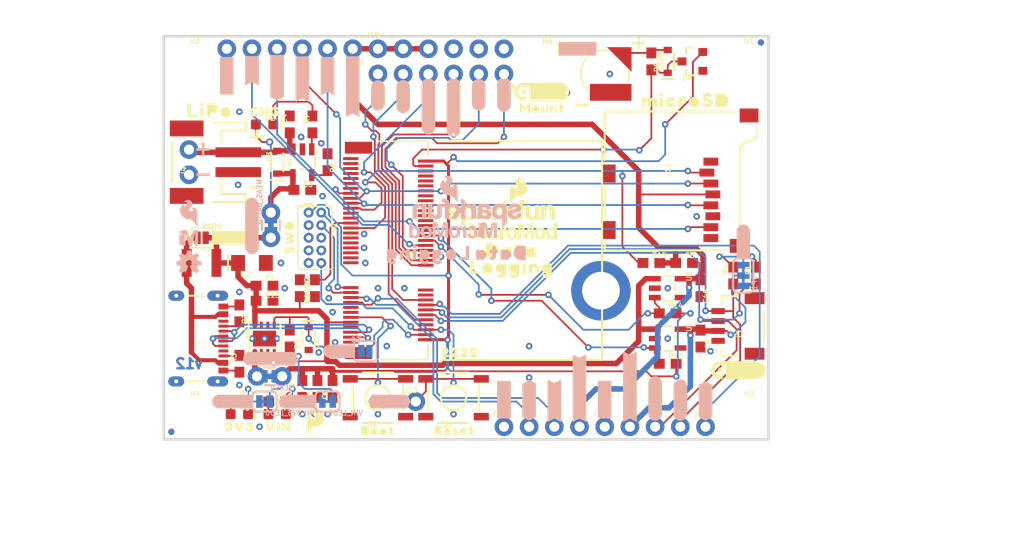
<source format=kicad_pcb>
(kicad_pcb (version 20211014) (generator pcbnew)
  (layers (0 "F.Cu" signal) (31 "B.Cu" signal) (34 "B.Paste" user) (35 "F.Paste" user) (36 "B.SilkS" user "B.Silkscreen") (37 "F.SilkS" user "F.Silkscreen") (38 "B.Mask" user) (39 "F.Mask" user) (44 "Edge.Cuts" user))
  (net 0 "")
  (net 1 "SPI_SCK")
  (net 2 "SD_~{CS}")
  (net 3 "GND")
  (net 4 "3.3V")
  (net 5 "USB_D-")
  (net 6 "USB_D+")
  (net 7 "N$10")
  (net 8 "N$11")
  (net 9 "V_USB")
  (net 10 "N$14")
  (net 11 "I2C_SCL")
  (net 12 "I2C_SDA")
  (net 13 "N$2")
  (net 14 "N$3")
  (net 15 "TX1")
  (net 16 "RX1")
  (net 17 "RTC_3V")
  (net 18 "~{RESET}")
  (net 19 "SWDIO")
  (net 20 "SWDCK")
  (net 21 "VIN")
  (net 22 "VIN/3")
  (net 23 "N$1")
  (net 24 "~{BOOT}")
  (net 25 "A0")
  (net 26 "A1")
  (net 27 "PWM0")
  (net 28 "PWM1")
  (net 29 "D0")
  (net 30 "D1")
  (net 31 "SPI_COPI")
  (net 32 "SPI_CIPO")
  (net 33 "HEADER_~{CS}")
  (net 34 "3.3V_EN")
  (net 35 "N$7")
  (net 36 "CHG_LED")
  (net 37 "N$4")
  (net 38 "V_BATT")
  (net 39 "5V")
  (net 40 "PERIPHERAL_PWR_CTRL")
  (net 41 "3.3V_LP")
  (net 42 "QWIIC_PWR_CTRL")
  (net 43 "QWIIC_PWR")
  (net 44 "I2C_~{INT}")
  (net 45 "N$6")
  (net 46 "N$5")
  (net 47 "N$8")
  (net 48 "N$9")
  (net 49 "3.3V_EN_VE")
  (footprint "boardEagle:STAND-OFF" (layer "F.Cu") (at 176.4411 87.2236)
    (fp_text reference "H1")
    (fp_text value "STAND-OFF")
  )
  (footprint "boardEagle:STAND-OFF" (layer "F.Cu") (at 120.5611 87.2236)
    (fp_text reference "H2")
    (fp_text value "STAND-OFF")
  )
  (footprint "boardEagle:#GND#0" (layer "F.Cu") (at 162.4711 123.5456 90)
    (fp_text reference "U$32" hide)
    (fp_text value "" hide)
  )
  (footprint "boardEagle:CHG1" (layer "F.Cu") (at 126.0221 92.3036)
    (fp_text reference "U$96" hide)
    (fp_text value "" hide)
  )
  (footprint "boardEagle:RESET1" (layer "F.Cu") (at 144.5641 124.4346)
    (fp_text reference "U$92" hide)
    (fp_text value "" hide)
  )
  (footprint "boardEagle:1X04_NO_SILK" (layer "F.Cu") (at 162.4711 124.0536)
    (fp_text reference "J14")
    (fp_text value "I2C")
  )
  (footprint "boardEagle:MICROMOD_LOGO_.35" (layer "F.Cu") (at 153.2001 104.3686)
    (fp_text reference "U$63" hide)
    (fp_text value "" hide)
  )
  (footprint "boardEagle:#G1#3V3#0" (layer "F.Cu") (at 159.9311 123.5456 90)
    (fp_text reference "U$90" hide)
    (fp_text value "" hide)
  )
  (footprint "boardEagle:SOT23-5" (layer "F.Cu") (at 131.9911 97.3836 180)
    (fp_text reference "U2")
    (fp_text value "MCP73831")
  )
  (footprint "boardEagle:JST04_1MM_RA" (layer "F.Cu") (at 173.9011 113.8936 90)
    (fp_text reference "J3")
    (fp_text value "QWIIC_RIGHT_ANGLE")
  )
  (footprint "boardEagle:SFE_LOGO_FLAME_.1" (layer "F.Cu") (at 133.2611 123.4186)
    (fp_text reference "U$66" hide)
    (fp_text value "" hide)
  )
  (footprint "boardEagle:1X04_NO_SILK" (layer "F.Cu") (at 152.3111 124.0536)
    (fp_text reference "J5")
    (fp_text value "UART")
  )
  (footprint "boardEagle:##INT##6" (layer "F.Cu") (at 172.6311 123.4186 90)
    (fp_text reference "U$82" hide)
    (fp_text value "" hide)
  )
  (footprint "boardEagle:#COPI#0" (layer "F.Cu") (at 131.9911 91.2876 90)
    (fp_text reference "U$72" hide)
    (fp_text value "" hide)
  )
  (footprint "boardEagle:SFE_LOGO_NAME_FLAME_.1" (layer "F.Cu") (at 152.0571 102.5906)
    (fp_text reference "LOGO1" hide)
    (fp_text value "SFE_LOGO_NAME_FLAME.1_INCH" hide)
  )
  (footprint "boardEagle:SOD-323" (layer "F.Cu") (at 129.4511 97.3836 90)
    (fp_text reference "D3")
    (fp_text value "3A/10V/280mV")
  )
  (footprint "boardEagle:0603" (layer "F.Cu") (at 170.4721 107.5436)
    (fp_text reference "C8")
    (fp_text value "1.0uF")
  )
  (footprint "boardEagle:STAND-OFF" (layer "F.Cu") (at 120.5611 122.7836)
    (fp_text reference "H4")
    (fp_text value "STAND-OFF")
  )
  (footprint "boardEagle:LED-0603" (layer "F.Cu") (at 128.1811 93.5736)
    (fp_text reference "D2")
    (fp_text value "Yellow")
  )
  (footprint "boardEagle:1X02_NO_SILK" (layer "F.Cu") (at 120.5611 96.1136 -90)
    (fp_text reference "J7")
    (fp_text value "")
  )
  (footprint "boardEagle:#BYP#3" (layer "F.Cu") (at 122.5931 105.0036)
    (fp_text reference "U$95" hide)
    (fp_text value "" hide)
  )
  (footprint "boardEagle:SMT-JUMPER_2_NO_SILK" (layer "F.Cu") (at 121.8311 105.0036)
    (fp_text reference "BYP0")
    (fp_text value "JUMPER-SMT_2_NO_SILK")
  )
  (footprint "boardEagle:#D0#0" (layer "F.Cu") (at 142.1511 92.4306 90)
    (fp_text reference "U$77" hide)
    (fp_text value "" hide)
  )
  (footprint "boardEagle:0603" (layer "F.Cu") (at 131.9911 100.1776)
    (fp_text reference "C3")
    (fp_text value "4.7uF")
  )
  (footprint "boardEagle:22220" (layer "F.Cu") (at 145.3261 116.5606)
    (fp_text reference "U$20" hide)
    (fp_text value "" hide)
  )
  (footprint "boardEagle:0603" (layer "F.Cu") (at 168.8211 112.6236)
    (fp_text reference "R14")
    (fp_text value "100k")
  )
  (footprint "boardEagle:EIA3216" (layer "F.Cu") (at 126.9111 107.5436 180)
    (fp_text reference "C2")
    (fp_text value "10uF")
  )
  (footprint "boardEagle:STAND-OFF" (layer "F.Cu") (at 176.4411 122.7836)
    (fp_text reference "H3")
    (fp_text value "STAND-OFF")
  )
  (footprint "boardEagle:DATA0" (layer "F.Cu") (at 149.3901 106.2736)
    (fp_text reference "U$16" hide)
    (fp_text value "" hide)
  )
  (footprint "boardEagle:0603" (layer "F.Cu") (at 125.6411 121.5136)
    (fp_text reference "R11")
    (fp_text value "1k")
  )
  (footprint "boardEagle:0603" (layer "F.Cu") (at 172.1231 110.0836 -90)
    (fp_text reference "C46")
    (fp_text value "0.1uF")
  )
  (footprint "boardEagle:0603" (layer "F.Cu") (at 133.2611 110.0836 90)
    (fp_text reference "R9")
    (fp_text value "10k")
  )
  (footprint "boardEagle:0603" (layer "F.Cu") (at 177.7111 108.8136 90)
    (fp_text reference "R1")
    (fp_text value "2.2k")
  )
  (footprint "boardEagle:0603" (layer "F.Cu") (at 175.4251 108.8136 90)
    (fp_text reference "R4")
    (fp_text value "2.2k")
  )
  (footprint "boardEagle:SOD-323" (layer "F.Cu") (at 132.6261 115.1636 -90)
    (fp_text reference "D1")
    (fp_text value "3.3V")
  )
  (footprint "boardEagle:SOT23-5" (layer "F.Cu") (at 168.8211 110.0836 -90)
    (fp_text reference "U3")
    (fp_text value "3.3V")
  )
  (footprint "boardEagle:QWIIC_5.5MM" (layer "F.Cu") (at 175.9331 118.3386)
    (fp_text reference "LOGO2" hide)
    (fp_text value "QWIIC_LOGO_CONNECTOR" hide)
  )
  (footprint "boardEagle:0603" (layer "F.Cu") (at 167.1701 107.5436)
    (fp_text reference "R15")
    (fp_text value "100k")
  )
  (footprint "boardEagle:TACTILE_SWITCH_SMD_5.2MM" (layer "F.Cu") (at 139.6111 121.1326 180)
    (fp_text reference "S2")
    (fp_text value "BOOT")
  )
  (footprint "boardEagle:SOT23-3" (layer "F.Cu") (at 171.3611 87.2236 90)
    (fp_text reference "D4")
    (fp_text value "BAS70-05")
  )
  (footprint "boardEagle:CREATIVE_COMMONS" (layer "F.Cu") (at 121.8311 135.4836)
    (fp_text reference "FRAME1" hide)
    (fp_text value "FRAME-LEDGER" hide)
  )
  (footprint "boardEagle:3V30" (layer "F.Cu") (at 123.4821 124.0536)
    (fp_text reference "U$93" hide)
    (fp_text value "" hide)
  )
  (footprint "boardEagle:#SCK#0" (layer "F.Cu") (at 134.5311 90.6526 90)
    (fp_text reference "U$7" hide)
    (fp_text value "" hide)
  )
  (footprint "boardEagle:#SDA#4" (layer "F.Cu") (at 167.5511 123.4186 90)
    (fp_text reference "U$88" hide)
    (fp_text value "" hide)
  )
  (footprint "boardEagle:#G2#3V3#3" (layer "F.Cu") (at 165.0111 123.5456 90)
    (fp_text reference "U$83" hide)
    (fp_text value "" hide)
  )
  (footprint "boardEagle:0603" (layer "F.Cu") (at 125.6411 112.6236 -90)
    (fp_text reference "R2")
    (fp_text value "5.1k")
  )
  (footprint "boardEagle:0603" (layer "F.Cu") (at 130.7211 115.1636 -90)
    (fp_text reference "R5")
    (fp_text value "100k")
  )
  (footprint "boardEagle:0603" (layer "F.Cu") (at 135.0391 120.2436 -90)
    (fp_text reference "C7")
    (fp_text value "0.22uF")
  )
  (footprint "boardEagle:ML414H_IV01E" (layer "F.Cu") (at 162.4711 88.4936)
    (fp_text reference "BT1")
    (fp_text value "ML414H")
  )
  (footprint "boardEagle:TACTILE_SWITCH_SMD_5.2MM" (layer "F.Cu") (at 147.2311 121.1326 180)
    (fp_text reference "S1")
    (fp_text value "Reset")
  )
  (footprint "boardEagle:LED-0603" (layer "F.Cu") (at 129.4511 122.7836)
    (fp_text reference "D7")
    (fp_text value "Yellow")
  )
  (footprint "boardEagle:BOOT0" (layer "F.Cu") (at 137.1981 124.4346)
    (fp_text reference "U$91" hide)
    (fp_text value "" hide)
  )
  (footprint "boardEagle:STAND-OFF" (layer "F.Cu") (at 156.1211 87.2236)
    (fp_text reference "H6")
    (fp_text value "STAND-OFF")
  )
  (footprint "boardEagle:#CIPO#0" (layer "F.Cu") (at 129.4511 91.1606 90)
    (fp_text reference "U$39" hide)
    (fp_text value "" hide)
  )
  (footprint "boardEagle:0603" (layer "F.Cu") (at 131.7371 110.0836 -90)
    (fp_text reference "R10")
    (fp_text value "20k")
  )
  (footprint "boardEagle:MOUNT0" (layer "F.Cu") (at 153.2001 91.9226)
    (fp_text reference "U$14" hide)
    (fp_text value "" hide)
  )
  (footprint "boardEagle:JST-2-SMD" (layer "F.Cu") (at 121.8311 97.3836 90)
    (fp_text reference "J4")
    (fp_text value "")
  )
  (footprint "boardEagle:1X06_NO_SILK" (layer "F.Cu") (at 139.6111 85.9536)
    (fp_text reference "J10")
    (fp_text value "")
  )
  (footprint "boardEagle:#GND#0" (layer "F.Cu") (at 124.3711 90.9066 90)
    (fp_text reference "U$6" hide)
    (fp_text value "" hide)
  )
  (footprint "boardEagle:0603" (layer "F.Cu") (at 133.0071 93.5736 90)
    (fp_text reference "R7")
    (fp_text value "1k")
  )
  (footprint "boardEagle:#SCL#5" (layer "F.Cu") (at 170.0911 123.4186 90)
    (fp_text reference "U$87" hide)
    (fp_text value "" hide)
  )
  (footprint "boardEagle:0603" (layer "F.Cu") (at 133.5151 120.2436 -90)
    (fp_text reference "C6")
    (fp_text value "0.1uF")
  )
  (footprint "boardEagle:1X06_NO_SILK" (layer "F.Cu") (at 152.3111 88.4936 180)
    (fp_text reference "J8")
    (fp_text value "Dedicated")
  )
  (footprint "boardEagle:#TX1#2" (layer "F.Cu") (at 157.3911 123.5456 90)
    (fp_text reference "U$89" hide)
    (fp_text value "" hide)
  )
  (footprint "boardEagle:#D1#0" (layer "F.Cu") (at 139.6111 92.1766 90)
    (fp_text reference "U$76" hide)
    (fp_text value "" hide)
  )
  (footprint "boardEagle:LIPO0" (layer "F.Cu") (at 119.2911 92.1766)
    (fp_text reference "U$15" hide)
    (fp_text value "" hide)
  )
  (footprint "boardEagle:LOGGING1" (layer "F.Cu") (at 147.7391 107.9246)
    (fp_text reference "U$19" hide)
    (fp_text value "" hide)
  )
  (footprint "boardEagle:#PWM0#0" (layer "F.Cu") (at 147.2311 94.8436 90)
    (fp_text reference "U$80" hide)
    (fp_text value "" hide)
  )
  (footprint "boardEagle:0603" (layer "F.Cu") (at 129.4511 121.5136)
    (fp_text reference "R12")
    (fp_text value "4.7k")
  )
  (footprint "boardEagle:1X01_NO_SILK" (layer "F.Cu") (at 172.6311 124.0536)
    (fp_text reference "J9")
    (fp_text value "")
  )
  (footprint "boardEagle:M.2-CONNECTOR-E" (layer "F.Cu") (at 142.1511 106.2736 -90)
    (fp_text reference "J6")
    (fp_text value "MICROMOD-2222-C")
  )
  (footprint "boardEagle:FIDUCIAL-MICRO" (layer "F.Cu") (at 118.7831 124.5616)
    (fp_text reference "FD1" hide)
    (fp_text value "FIDUCIALUFIDUCIAL" hide)
  )
  (footprint "boardEagle:MICROSD0" (layer "F.Cu") (at 165.1381 91.1606)
    (fp_text reference "U$11" hide)
    (fp_text value "" hide)
  )
  (footprint "boardEagle:1X01_NO_SILK" (layer "F.Cu") (at 143.4211 121.5136)
    (fp_text reference "J13")
    (fp_text value "")
  )
  (footprint "boardEagle:#PWM1#1" (layer "F.Cu") (at 144.6911 94.5896 90)
    (fp_text reference "U$81" hide)
    (fp_text value "" hide)
  )
  (footprint "boardEagle:MICRO-SD-SOCKET" (layer "F.Cu") (at 162.4711 106.2736 -90)
    (fp_text reference "J11")
    (fp_text value "microSD")
  )
  (footprint "boardEagle:0603" (layer "F.Cu") (at 134.5311 97.3836 -90)
    (fp_text reference "R6")
    (fp_text value "2.2k")
  )
  (footprint "boardEagle:VIN1" (layer "F.Cu") (at 127.5461 124.0536)
    (fp_text reference "U$94" hide)
    (fp_text value "" hide)
  )
  (footprint "boardEagle:0603" (layer "F.Cu") (at 128.1811 109.8296)
    (fp_text reference "C1")
    (fp_text value "0.1uF")
  )
  (footprint "boardEagle:SOD-323" (layer "F.Cu") (at 168.8211 87.2236 90)
    (fp_text reference "D6")
    (fp_text value "3A/10V/280mV")
  )
  (footprint "boardEagle:0603" (layer "F.Cu") (at 131.9911 120.2436 -90)
    (fp_text reference "C5")
    (fp_text value "1.0uF")
  )
  (footprint "boardEagle:0603" (layer "F.Cu") (at 167.1701 87.2236 -90)
    (fp_text reference "R8")
    (fp_text value "3.3k")
  )
  (footprint "boardEagle:2X5-PTH-1.27MM" (layer "F.Cu") (at 133.2611 105.0036 -90)
    (fp_text reference "J2")
    (fp_text value "JTAG")
  )
  (footprint "boardEagle:#A0#3" (layer "F.Cu") (at 152.3111 92.3036 90)
    (fp_text reference "U$78" hide)
    (fp_text value "" hide)
  )
  (footprint "boardEagle:#G1_3V3#0" (layer "F.Cu") (at 137.0711 92.8116 90)
    (fp_text reference "U$64" hide)
    (fp_text value "" hide)
  )
  (footprint "boardEagle:0603" (layer "F.Cu") (at 128.1811 111.3536)
    (fp_text reference "C13")
    (fp_text value "0.22uF")
  )
  (footprint "boardEagle:#GND#0" (layer "F.Cu") (at 152.3111 123.5456 90)
    (fp_text reference "U$24" hide)
    (fp_text value "" hide)
  )
  (footprint "boardEagle:1X06_NO_SILK" (layer "F.Cu") (at 137.0711 85.9536 180)
    (fp_text reference "J12")
    (fp_text value "SPI")
  )
  (footprint "boardEagle:0603" (layer "F.Cu") (at 125.6411 117.7036 90)
    (fp_text reference "R3")
    (fp_text value "5.1k")
  )
  (footprint "boardEagle:SOT23-5" (layer "F.Cu") (at 168.8211 115.1636 -90)
    (fp_text reference "U1")
    (fp_text value "3.3V")
  )
  (footprint "boardEagle:QWIIC_5.5MM" (layer "F.Cu") (at 156.1211 90.2716)
    (fp_text reference "LOGO5" hide)
    (fp_text value "QWIIC_LOGO_CONNECTOR" hide)
  )
  (footprint "boardEagle:LED-0603" (layer "F.Cu") (at 125.6411 122.7836)
    (fp_text reference "D5")
    (fp_text value "RED")
  )
  (footprint "boardEagle:FIDUCIAL-MICRO" (layer "F.Cu") (at 178.2191 85.3186)
    (fp_text reference "FD2" hide)
    (fp_text value "FIDUCIALUFIDUCIAL" hide)
  )
  (footprint "boardEagle:STAND-OFF-REFLOW-M2.5" (layer "F.Cu") (at 162.0901 110.3376)
    (fp_text reference "H5" hide)
    (fp_text value "STAND-OFF-REFLOW2.5MM_TALL" hide)
  )
  (footprint "boardEagle:0603" (layer "F.Cu") (at 168.8211 117.7036)
    (fp_text reference "R13")
    (fp_text value "100k")
  )
  (footprint "boardEagle:##CS##0" (layer "F.Cu") (at 126.9111 89.6366 90)
    (fp_text reference "U$50" hide)
    (fp_text value "" hide)
  )
  (footprint "boardEagle:SWD0" (layer "F.Cu") (at 130.7211 107.2896 90)
    (fp_text reference "U$97" hide)
    (fp_text value "" hide)
  )
  (footprint "boardEagle:0603" (layer "F.Cu") (at 172.1231 115.1636 -90)
    (fp_text reference "C9")
    (fp_text value "1.0uF")
  )
  (footprint "boardEagle:#RX1#1" (layer "F.Cu") (at 154.8511 123.4186 90)
    (fp_text reference "U$86" hide)
    (fp_text value "" hide)
  )
  (footprint "boardEagle:0603" (layer "F.Cu") (at 130.7211 93.5736 90)
    (fp_text reference "C4")
    (fp_text value "4.7uF")
  )
  (footprint "boardEagle:UDFN-8" (layer "F.Cu") (at 128.1811 115.1636)
    (fp_text reference "U5")
    (fp_text value "AP7361C-33")
  )
  (footprint "boardEagle:1210" (layer "F.Cu") (at 121.8311 107.5436)
    (fp_text reference "F2")
    (fp_text value "6V/2A")
  )
  (footprint "boardEagle:USB-C-16P-2LAYER-PADS" (layer "F.Cu") (at 124.3711 115.1636 -90)
    (fp_text reference "J1")
    (fp_text value "" hide)
  )
  (footprint "boardEagle:#GND#0" (layer "F.Cu") (at 157.3911 85.9536)
    (fp_text reference "U$42" hide)
    (fp_text value "" hide)
  )
  (footprint "boardEagle:#A1#2" (layer "F.Cu") (at 149.7711 92.1766 90)
    (fp_text reference "U$79" hide)
    (fp_text value "" hide)
  )
  (footprint "boardEagle:#D1#0" (layer "B.Cu") (at 139.6111 92.1766 90)
    (fp_text reference "U$2" hide)
    (fp_text value "" hide)
  )
  (footprint "boardEagle:#I2C#0" (layer "B.Cu") (at 176.4411 107.4166 90)
    (fp_text reference "U$22" hide)
    (fp_text value "" hide)
  )
  (footprint "boardEagle:SMT-JUMPER_2_NO_SILK" (layer "B.Cu") (at 138.3411 116.4336 180)
    (fp_text reference "VE0")
    (fp_text value "")
  )
  (footprint "boardEagle:#VE#0" (layer "B.Cu") (at 137.5791 116.4336 180)
    (fp_text reference "U$41" hide)
    (fp_text value "" hide)
  )
  (footprint "boardEagle:#G1#3V3#0" (layer "B.Cu") (at 159.9311 123.5456 90)
    (fp_text reference "U$25" hide)
    (fp_text value "" hide)
  )
  (footprint "boardEagle:#COPI#0" (layer "B.Cu") (at 131.9911 91.2876 90)
    (fp_text reference "U$73" hide)
    (fp_text value "" hide)
  )
  (footprint "boardEagle:#D0#0" (layer "B.Cu") (at 142.1511 92.4306 90)
    (fp_text reference "U$3" hide)
    (fp_text value "" hide)
  )
  (footprint "boardEagle:##CS##0" (layer "B.Cu") (at 126.9111 89.6366 90)
    (fp_text reference "U$51" hide)
    (fp_text value "" hide)
  )
  (footprint "boardEagle:SMT-JUMPER_2_NC_TRACE_SILK" (layer "B.Cu") (at 134.5311 121.5136)
    (fp_text reference "VIN_LED0")
    (fp_text value "")
  )
  (footprint "boardEagle:COMBO-JUMPER_2_NC_TRACE" (layer "B.Cu") (at 128.6891 118.9736)
    (fp_text reference "MEAS0")
    (fp_text value "")
  )
  (footprint "boardEagle:OSHW-LOGO-MINI" (layer "B.Cu") (at 120.5611 107.5436 180)
    (fp_text reference "LOGO3" hide)
    (fp_text value "OSHW-LOGOMINI" hide)
  )
  (footprint "boardEagle:#GND#0" (layer "B.Cu") (at 124.3711 90.9066 90)
    (fp_text reference "U$18" hide)
    (fp_text value "" hide)
  )
  (footprint "boardEagle:#GND#0" (layer "B.Cu") (at 162.4711 123.5456 90)
    (fp_text reference "U$36" hide)
    (fp_text value "" hide)
  )
  (footprint "boardEagle:SFE_LOGO_NAME_FLAME_.1" (layer "B.Cu") (at 148.5011 102.4636 180)
    (fp_text reference "LOGO4" hide)
    (fp_text value "SFE_LOGO_NAME_FLAME.1_INCH" hide)
  )
  (footprint "boardEagle:#MEAS#3" (layer "B.Cu") (at 131.6101 117.1956 180)
    (fp_text reference "U$28" hide)
    (fp_text value "" hide)
  )
  (footprint "boardEagle:#TX1#2" (layer "B.Cu") (at 157.3911 123.5456 90)
    (fp_text reference "U$21" hide)
    (fp_text value "" hide)
  )
  (footprint "boardEagle:#PWM0#0" (layer "B.Cu") (at 147.2311 94.8436 90)
    (fp_text reference "U$10" hide)
    (fp_text value "" hide)
  )
  (footprint "boardEagle:#RST#0" (layer "B.Cu") (at 142.9131 121.5136 180)
    (fp_text reference "U$30" hide)
    (fp_text value "" hide)
  )
  (footprint "boardEagle:#PWM1#1" (layer "B.Cu") (at 144.6911 94.5896 90)
    (fp_text reference "U$9" hide)
    (fp_text value "" hide)
  )
  (footprint "boardEagle:MICROMOD_MI_LOGO_.35" (layer "B.Cu") (at 120.5611 105.0036 180)
    (fp_text reference "U$62" hide)
    (fp_text value "" hide)
  )
  (footprint "boardEagle:#A0#3" (layer "B.Cu") (at 152.3111 92.3036 90)
    (fp_text reference "U$13" hide)
    (fp_text value "" hide)
  )
  (footprint "boardEagle:#G1_3V3#0" (layer "B.Cu") (at 137.0711 92.8116 90)
    (fp_text reference "U$65" hide)
    (fp_text value "" hide)
  )
  (footprint "boardEagle:#3V3#2" (layer "B.Cu") (at 127.2921 121.5136 180)
    (fp_text reference "U$4" hide)
    (fp_text value "" hide)
  )
  (footprint "boardEagle:#SCL#5" (layer "B.Cu") (at 170.0911 123.4186 90)
    (fp_text reference "U$35" hide)
    (fp_text value "" hide)
  )
  (footprint "boardEagle:#GND#0" (layer "B.Cu") (at 152.3111 123.5456 90)
    (fp_text reference "U$27" hide)
    (fp_text value "" hide)
  )
  (footprint "boardEagle:SFE_LOGO_FLAME_.1" (layer "B.Cu") (at 120.5611 102.4636 180)
    (fp_text reference "U$1" hide)
    (fp_text value "" hide)
  )
  (footprint "boardEagle:#BATT#0" (layer "B.Cu") (at 126.9111 106.6546 90)
    (fp_text reference "U$5" hide)
    (fp_text value "" hide)
  )
  (footprint "boardEagle:#GND#0" (layer "B.Cu") (at 161.9631 85.9536 180)
    (fp_text reference "U$34" hide)
    (fp_text value "" hide)
  )
  (footprint "boardEagle:FIDUCIAL-MICRO" (layer "B.Cu") (at 118.7831 124.5616 180)
    (fp_text reference "FD3" hide)
    (fp_text value "FIDUCIALUFIDUCIAL" hide)
  )
  (footprint "boardEagle:MICROMOD_LOGO_.35" (layer "B.Cu") (at 147.2311 104.2416 180)
    (fp_text reference "U$37" hide)
    (fp_text value "" hide)
  )
  (footprint "boardEagle:#SCK#0" (layer "B.Cu") (at 134.5311 90.6526 90)
    (fp_text reference "U$8" hide)
    (fp_text value "" hide)
  )
  (footprint "boardEagle:#RX1#1" (layer "B.Cu") (at 154.8511 123.4186 90)
    (fp_text reference "U$17" hide)
    (fp_text value "" hide)
  )
  (footprint "boardEagle:COMBO-JUMPER_2_NC_TRACE" (layer "B.Cu") (at 128.8161 103.7336 -90)
    (fp_text reference "MEAS_BATT0")
    (fp_text value "")
  )
  (footprint "boardEagle:#CIPO#0" (layer "B.Cu") (at 129.4511 91.1606 90)
    (fp_text reference "U$40" hide)
    (fp_text value "" hide)
  )
  (footprint "boardEagle:DATA0" (layer "B.Cu") (at 155.6131 106.5276 180)
    (fp_text reference "U$23" hide)
    (fp_text value "" hide)
  )
  (footprint "boardEagle:#SDA#4" (layer "B.Cu") (at 167.5511 123.4186 90)
    (fp_text reference "U$31" hide)
    (fp_text value "" hide)
  )
  (footprint "boardEagle:#VIN#1" (layer "B.Cu") (at 133.6421 121.5136 180)
    (fp_text reference "U$33" hide)
    (fp_text value "" hide)
  )
  (footprint "boardEagle:LOGGING1" (layer "B.Cu") (at 149.8981 106.5276 180)
    (fp_text reference "U$26" hide)
    (fp_text value "" hide)
  )
  (footprint "boardEagle:SMT-JUMPER_2_NC_TRACE_SILK" (layer "B.Cu") (at 128.1811 121.5136)
    (fp_text reference "UNK3V3_LED0")
    (fp_text value "")
  )
  (footprint "boardEagle:#A1#2" (layer "B.Cu") (at 149.7711 92.1766 90)
    (fp_text reference "U$12" hide)
    (fp_text value "" hide)
  )
  (footprint "boardEagle:FIDUCIAL-MICRO" (layer "B.Cu") (at 178.2191 85.3186 180)
    (fp_text reference "FD4" hide)
    (fp_text value "FIDUCIALUFIDUCIAL" hide)
  )
  (footprint "boardEagle:#G2#3V3#3" (layer "B.Cu") (at 165.0111 123.5456 90)
    (fp_text reference "U$29" hide)
    (fp_text value "" hide)
  )
  (footprint "boardEagle:##INT##6" (layer "B.Cu") (at 172.6311 123.4186 90)
    (fp_text reference "U$38" hide)
    (fp_text value "" hide)
  )
  (footprint "boardEagle:SMT-JUMPER_3_2-NC_TRACE_SILK" (layer "B.Cu") (at 176.4411 108.8136 90)
    (fp_text reference "JP1")
    (fp_text value "")
  )
  (gr_line (start 162.2061 95.2246) (end 162.2061 117.3226) (layer "F.SilkS") (width 0.2032))
  (gr_line (start 162.2061 117.3226) (end 145.9611 117.3226) (layer "F.SilkS") (width 0.2032))
  (gr_line (start 145.9611 95.2246) (end 162.2061 95.2246) (layer "F.SilkS") (width 0.2032))
  (gr_line (start 118.0211 125.3236) (end 118.0211 84.6836) (layer "Edge.Cuts") (width 0.254))
  (gr_line (start 178.9811 125.3236) (end 118.0211 125.3236) (layer "Edge.Cuts") (width 0.254))
  (gr_line (start 178.9811 84.6836) (end 178.9811 125.3236) (layer "Edge.Cuts") (width 0.254))
  (gr_line (start 118.0211 84.6836) (end 178.9811 84.6836) (layer "Edge.Cuts") (width 0.254))
  (gr_text "v12" (at 120.5611 117.7036) (layer "B.Cu") (effects (font (size 1.016 1.016) (thickness 0.254)) (justify mirror)))
  (gr_text "-" (at 123.1011 99.4156) (layer "B.SilkS") (effects (font (size 1.5113 1.5113) (thickness 0.2667)) (justify left bottom mirror)))
  (gr_text "+" (at 123.1011 96.8756) (layer "B.SilkS") (effects (font (size 1.5113 1.5113) (thickness 0.2667)) (justify left bottom mirror)))
  (gr_text "-" (at 126.2761 100.6856) (layer "F.SilkS") (effects (font (size 1.5113 1.5113) (thickness 0.2667)) (justify left bottom)))
  (gr_text "+" (at 166.6621 86.4616 90) (layer "F.SilkS") (effects (font (size 1.5113 1.5113) (thickness 0.2667)) (justify left bottom)))
  (gr_text "-" (at 161.3281 90.6526) (layer "F.SilkS") (effects (font (size 1.5113 1.5113) (thickness 0.2667)) (justify right top)))
  (gr_text "+" (at 126.2761 95.6056) (layer "F.SilkS") (effects (font (size 1.5113 1.5113) (thickness 0.2667)) (justify left bottom)))
  (segment (start 136.8761 101.5236) (end 138.1631 101.5236) (width 0.1778) (layer "F.Cu") (net 1))
  (segment (start 138.1631 101.5236) (end 138.2141 101.5746) (width 0.1778) (layer "F.Cu") (net 1))
  (segment (start 170.8851 101.7336) (end 170.8531 101.7016) (width 0.1778) (layer "F.Cu") (net 1))
  (segment (start 173.1711 101.7336) (end 170.8851 101.7336) (width 0.1778) (layer "F.Cu") (net 1))
  (via (at 170.8531 101.7016) (size 0.6604) (drill 0.3048) (layers "F.Cu" "B.Cu") (net 1))
  (via (at 138.2141 101.5746) (size 0.6604) (drill 0.3048) (layers "F.Cu" "B.Cu") (net 1))
  (segment (start 170.8531 101.7016) (end 138.3411 101.7016) (width 0.1778) (layer "B.Cu") (net 1))
  (segment (start 138.3411 101.7016) (end 138.2141 101.5746) (width 0.1778) (layer "B.Cu") (net 1))
  (segment (start 134.5311 97.8916) (end 134.5311 85.9536) (width 0.1778) (layer "B.Cu") (net 1))
  (segment (start 138.2141 101.5746) (end 134.5311 97.8916) (width 0.1778) (layer "B.Cu") (net 1))
  (segment (start 139.3571 99.4156) (end 138.3411 99.4156) (width 0.1778) (layer "F.Cu") (net 2))
  (segment (start 137.96685 102.1715) (end 138.3411 102.1715) (width 0.1778) (layer "F.Cu") (net 2))
  (segment (start 136.8761 102.0236) (end 137.81895 102.0236) (width 0.1778) (layer "F.Cu") (net 2))
  (segment (start 166.3201 107.5436) (end 165.9001 107.5436) (width 0.1778) (layer "F.Cu") (net 2))
  (segment (start 164.2491 105.8926) (end 164.2491 98.7806) (width 0.1778) (layer "F.Cu") (net 2))
  (segment (start 139.2547 102.1715) (end 139.9786 101.4476) (width 0.1778) (layer "F.Cu") (net 2))
  (segment (start 138.3411 102.1715) (end 138.46135 102.1715) (width 0.1778) (layer "F.Cu") (net 2))
  (segment (start 139.9786 100.0371) (end 139.3571 99.4156) (width 0.1778) (layer "F.Cu") (net 2))
  (segment (start 139.9786 101.4476) (end 139.9786 100.0371) (width 0.1778) (layer "F.Cu") (net 2))
  (segment (start 137.81895 102.0236) (end 137.96685 102.1715) (width 0.1778) (layer "F.Cu") (net 2))
  (segment (start 138.46135 102.1715) (end 139.2547 102.1715) (width 0.1778) (layer "F.Cu") (net 2))
  (segment (start 172.7711 98.4336) (end 171.0141 98.4336) (width 0.1778) (layer "F.Cu") (net 2))
  (segment (start 165.9001 107.5436) (end 164.2491 105.8926) (width 0.1778) (layer "F.Cu") (net 2))
  (segment (start 171.0141 98.4336) (end 170.8531 98.2726) (width 0.1778) (layer "F.Cu") (net 2))
  (via (at 170.8531 98.2726) (size 0.6604) (drill 0.3048) (layers "F.Cu" "B.Cu") (net 2))
  (via (at 138.3411 99.4156) (size 0.6604) (drill 0.3048) (layers "F.Cu" "B.Cu") (net 2))
  (via (at 164.2491 98.7806) (size 0.6604) (drill 0.3048) (layers "F.Cu" "B.Cu") (net 2))
  (segment (start 139.4841 98.2726) (end 138.3411 99.4156) (width 0.1778) (layer "B.Cu") (net 2))
  (segment (start 164.2491 98.7806) (end 164.2491 98.2726) (width 0.1778) (layer "B.Cu") (net 2))
  (segment (start 164.2491 98.2726) (end 139.4841 98.2726) (width 0.1778) (layer "B.Cu") (net 2))
  (segment (start 164.2491 98.2726) (end 170.8531 98.2726) (width 0.1778) (layer "B.Cu") (net 2))
  (segment (start 124.0311 118.3886) (end 125.4761 118.3886) (width 0.1778) (layer "F.Cu") (net 3))
  (segment (start 125.4761 111.9386) (end 125.6411 111.7736) (width 0.1778) (layer "F.Cu") (net 3))
  (segment (start 125.4761 118.3886) (end 125.6411 118.5536) (width 0.1778) (layer "F.Cu") (net 3))
  (segment (start 124.0311 111.9386) (end 125.4761 111.9386) (width 0.1778) (layer "F.Cu") (net 3))
  (via (at 140.5001 115.9256) (size 0.6604) (drill 0.3048) (layers "F.Cu" "B.Cu") (net 3))
  (via (at 158.6611 90.3986) (size 0.6604) (drill 0.3048) (layers "F.Cu" "B.Cu") (net 3))
  (via (at 125.6411 119.8626) (size 0.6604) (drill 0.3048) (layers "F.Cu" "B.Cu") (net 3))
  (via (at 125.6411 92.3036) (size 0.6604) (drill 0.3048) (layers "F.Cu" "B.Cu") (net 3))
  (via (at 126.9111 115.1636) (size 0.6604) (drill 0.3048) (layers "F.Cu" "B.Cu") (net 3))
  (via (at 147.2311 122.7836) (size 0.6604) (drill 0.3048) (layers "F.Cu" "B.Cu") (net 3))
  (via (at 125.6411 110.4646) (size 0.6604) (drill 0.3048) (layers "F.Cu" "B.Cu") (net 3))
  (via (at 142.2781 110.0836) (size 0.6604) (drill 0.3048) (layers "F.Cu" "B.Cu") (net 3))
  (via (at 138.2141 106.0196) (size 0.6604) (drill 0.3048) (layers "F.Cu" "B.Cu") (net 3))
  (via (at 135.2931 115.5446) (size 0.6604) (drill 0.3048) (layers "F.Cu" "B.Cu") (net 3))
  (via (at 134.0231 100.8126) (size 0.6604) (drill 0.3048) (layers "F.Cu" "B.Cu") (net 3))
  (via (at 135.0391 112.4966) (size 0.6604) (drill 0.3048) (layers "F.Cu" "B.Cu") (net 3))
  (via (at 133.2611 122.7836) (size 0.6604) (drill 0.3048) (layers "F.Cu" "B.Cu") (net 3))
  (via (at 173.1391 116.4336) (size 0.6604) (drill 0.3048) (layers "F.Cu" "B.Cu") (net 3))
  (via (at 127.6731 124.0536) (size 0.6604) (drill 0.3048) (layers "F.Cu" "B.Cu") (net 3))
  (via (at 133.8961 95.4786) (size 0.6604) (drill 0.3048) (layers "F.Cu" "B.Cu") (net 3))
  (via (at 129.0701 117.5766) (size 0.6604) (drill 0.3048) (layers "F.Cu" "B.Cu") (net 3))
  (via (at 129.4511 115.1636) (size 0.6604) (drill 0.3048) (layers "F.Cu" "B.Cu") (net 3))
  (via (at 131.8641 94.8436) (size 0.6604) (drill 0.3048) (layers "F.Cu" "B.Cu") (net 3))
  (via (at 130.2131 110.0836) (size 0.6604) (drill 0.3048) (layers "F.Cu" "B.Cu") (net 3))
  (via (at 128.1811 115.1636) (size 0.6604) (drill 0.3048) (layers "F.Cu" "B.Cu") (net 3))
  (via (at 154.8511 115.9256) (size 0.6604) (drill 0.3048) (layers "F.Cu" "B.Cu") (net 3))
  (via (at 138.3411 107.5436) (size 0.6604) (drill 0.3048) (layers "F.Cu" "B.Cu") (net 3))
  (via (at 139.6111 122.7836) (size 0.6604) (drill 0.3048) (layers "F.Cu" "B.Cu") (net 3))
  (via (at 154.8511 119.1006) (size 0.6604) (drill 0.3048) (layers "F.Cu" "B.Cu") (net 3))
  (via (at 168.8211 115.1636) (size 0.6604) (drill 0.3048) (layers "F.Cu" "B.Cu") (net 3))
  (via (at 162.9791 88.4936) (size 0.6604) (drill 0.3048) (layers "F.Cu" "B.Cu") (net 3))
  (via (at 138.2141 104.6226) (size 0.6604) (drill 0.3048) (layers "F.Cu" "B.Cu") (net 3))
  (via (at 129.8321 107.5436) (size 0.6604) (drill 0.3048) (layers "F.Cu" "B.Cu") (net 3))
  (via (at 168.8211 110.0836) (size 0.6604) (drill 0.3048) (layers "F.Cu" "B.Cu") (net 3))
  (via (at 125.5141 99.6696) (size 0.6604) (drill 0.3048) (layers "F.Cu" "B.Cu") (net 3))
  (via (at 134.5311 122.7836) (size 0.6604) (drill 0.3048) (layers "F.Cu" "B.Cu") (net 3))
  (via (at 131.9911 122.7836) (size 0.6604) (drill 0.3048) (layers "F.Cu" "B.Cu") (net 3))
  (via (at 171.7421 102.8446) (size 0.6604) (drill 0.3048) (layers "F.Cu" "B.Cu") (net 3))
  (via (at 145.9611 106.9086) (size 0.6604) (drill 0.3048) (layers "F.Cu" "B.Cu") (net 3))
  (via (at 139.6111 110.0836) (size 0.6604) (drill 0.3048) (layers "F.Cu" "B.Cu") (net 3))
  (via (at 134.6581 111.0996) (size 0.6604) (drill 0.3048) (layers "F.Cu" "B.Cu") (net 3))
  (via (at 133.6421 116.5606) (size 0.6604) (drill 0.3048) (layers "F.Cu" "B.Cu") (net 3))
  (segment (start 146.7231 97.7646) (end 146.7231 99.9236) (width 0.3048) (layer "F.Cu") (net 4))
  (segment (start 134.5311 118.2116) (end 135.0391 118.2116) (width 0.5588) (layer "F.Cu") (net 4))
  (segment (start 146.7231 99.9236) (end 146.7231 99.9236) (width 0.3048) (layer "F.Cu") (net 4))
  (segment (start 146.6512 115.2906) (end 146.6342 115.2736) (width 0.3048) (layer "F.Cu") (net 4))
  (segment (start 169.6711 112.6236) (end 171.1071 112.6236) (width 0.1778) (layer "F.Cu") (net 4))
  (segment (start 130.7211 118.2116) (end 131.9911 118.2116) (width 0.5588) (layer "F.Cu") (net 4))
  (segment (start 146.5326 97.5741) (end 146.7231 97.7646) (width 0.3048) (layer "F.Cu") (net 4))
  (segment (start 146.7231 99.9236) (end 146.7231 108.8136) (width 0.3048) (layer "F.Cu") (net 4))
  (segment (start 144.4261 97.2736) (end 146.2321 97.2736) (width 0.3048) (layer "F.Cu") (net 4))
  (segment (start 134.5311 118.2116) (end 134.7851 118.4656) (width 0.3048) (layer "F.Cu") (net 4))
  (segment (start 135.0391 119.3936) (end 135.0391 118.2116) (width 0.5588) (layer "F.Cu") (net 4))
  (segment (start 144.4261 115.2736) (end 146.6342 115.2736) (width 0.3048) (layer "F.Cu") (net 4))
  (segment (start 131.9911 118.2116) (end 133.5151 118.2116) (width 0.5588) (layer "F.Cu") (net 4))
  (segment (start 133.5151 118.2116) (end 134.5311 118.2116) (width 0.5588) (layer "F.Cu") (net 4))
  (segment (start 146.6512 115.2906) (end 146.6342 115.2906) (width 0.3048) (layer "F.Cu") (net 4))
  (segment (start 169.6711 118.9346) (end 169.7101 118.9736) (width 0.1778) (layer "F.Cu") (net 4))
  (segment (start 169.6847 118.9736) (end 167.1701 118.9736) (width 0.1778) (layer "F.Cu") (net 4))
  (segment (start 146.6342 115.2736) (end 146.7061 115.2736) (width 0.3048) (layer "F.Cu") (net 4))
  (segment (start 133.5151 119.3936) (end 133.5151 118.2116) (width 0.5588) (layer "F.Cu") (net 4))
  (segment (start 131.9911 119.3936) (end 131.9911 118.2116) (width 0.5588) (layer "F.Cu") (net 4))
  (segment (start 171.3611 90.7796) (end 168.5671 93.5736) (width 0.1778) (layer "F.Cu") (net 4))
  (segment (start 146.7231 118.4656) (end 146.6342 118.4656) (width 0.3048) (layer "F.Cu") (net 4))
  (segment (start 169.6847 118.9736) (end 169.7101 118.9736) (width 0.1778) (layer "F.Cu") (net 4))
  (segment (start 169.6711 117.7036) (end 169.6711 118.9346) (width 0.1778) (layer "F.Cu") (net 4))
  (segment (start 146.7231 115.2906) (end 146.6512 115.2906) (width 0.3048) (layer "F.Cu") (net 4))
  (segment (start 146.7061 115.2736) (end 146.7231 115.2906) (width 0.3048) (layer "F.Cu") (net 4))
  (segment (start 171.3611 87.2736) (end 171.3611 90.7796) (width 0.1778) (layer "F.Cu") (net 4))
  (segment (start 167.1701 118.9736) (end 166.6621 118.4656) (width 0.1778) (layer "F.Cu") (net 4))
  (segment (start 129.9591 118.9736) (end 130.7211 118.2116) (width 0.5588) (layer "F.Cu") (net 4))
  (segment (start 146.6342 118.4656) (end 134.7851 118.4656) (width 0.3048) (layer "F.Cu") (net 4))
  (segment (start 172.3611 86.2736) (end 171.3611 87.2736) (width 0.1778) (layer "F.Cu") (net 4))
  (segment (start 166.6621 118.4656) (end 146.7231 118.4656) (width 0.1778) (layer "F.Cu") (net 4))
  (segment (start 146.2321 97.2736) (end 146.5326 97.5741) (width 0.3048) (layer "F.Cu") (net 4))
  (segment (start 146.7231 108.8136) (end 146.7231 115.2906) (width 0.3048) (layer "F.Cu") (net 4))
  (segment (start 147.2311 96.8756) (end 146.5326 97.5741) (width 0.1778) (layer "F.Cu") (net 4))
  (via (at 169.6847 118.9736) (size 0.6604) (drill 0.3048) (layers "F.Cu" "B.Cu") (net 4))
  (via (at 171.1071 112.6236) (size 0.6604) (drill 0.3048) (layers "F.Cu" "B.Cu") (net 4))
  (via (at 146.7231 108.8136) (size 0.6604) (drill 0.3048) (layers "F.Cu" "B.Cu") (net 4))
  (via (at 146.6342 115.2906) (size 0.6604) (drill 0.3048) (layers "F.Cu" "B.Cu") (net 4))
  (via (at 168.5671 93.5736) (size 0.6604) (drill 0.3048) (layers "F.Cu" "B.Cu") (net 4))
  (via (at 146.6342 118.4656) (size 0.6604) (drill 0.3048) (layers "F.Cu" "B.Cu") (net 4))
  (via (at 147.2311 96.8756) (size 0.6604) (drill 0.3048) (layers "F.Cu" "B.Cu") (net 4))
  (segment (start 133.578518 101.6969) (end 134.213681 101.6969) (width 0.1778) (layer "B.Cu") (net 4))
  (segment (start 167.9067 97.282) (end 147.6375 97.282) (width 0.1778) (layer "B.Cu") (net 4))
  (segment (start 169.8371 118.8212) (end 169.6847 118.9736) (width 0.1778) (layer "B.Cu") (net 4))
  (segment (start 134.6628 102.7223) (end 135.9027 103.9622) (width 0.1778) (layer "B.Cu") (net 4))
  (segment (start 135.9027 103.9622) (end 135.9027 107.6706) (width 0.1778) (layer "B.Cu") (net 4))
  (segment (start 168.5671 96.6216) (end 167.9067 97.282) (width 0.1778) (layer "B.Cu") (net 4))
  (segment (start 171.1071 112.6236) (end 170.5991 112.6236) (width 0.1778) (layer "B.Cu") (net 4))
  (segment (start 129.9591 119.9896) (end 129.9591 118.9736) (width 0.1778) (layer "B.Cu") (net 4))
  (segment (start 147.6375 97.282) (end 147.2311 96.8756) (width 0.1778) (layer "B.Cu") (net 4))
  (segment (start 129.7051 120.2436) (end 129.9591 119.9896) (width 0.1778) (layer "B.Cu") (net 4))
  (segment (start 128.7018 120.6119) (end 129.0701 120.2436) (width 0.1778) (layer "B.Cu") (net 4))
  (segment (start 168.5671 93.5736) (end 168.5671 96.6216) (width 0.1778) (layer "B.Cu") (net 4))
  (segment (start 146.6342 115.2906) (end 146.6342 118.4656) (width 0.3048) (layer "B.Cu") (net 4))
  (segment (start 134.213681 101.6969) (end 134.6628 102.146019) (width 0.1778) (layer "B.Cu") (net 4))
  (segment (start 129.9591 118.9736) (end 129.1971 118.9736) (width 0.1778) (layer "B.Cu") (net 4))
  (segment (start 128.7018 121.5136) (end 128.7018 120.6119) (width 0.1778) (layer "B.Cu") (net 4))
  (segment (start 170.5991 112.6236) (end 169.8371 113.3856) (width 0.1778) (layer "B.Cu") (net 4))
  (segment (start 169.8371 113.3856) (end 169.8371 118.8212) (width 0.1778) (layer "B.Cu") (net 4))
  (segment (start 135.9027 107.6706) (end 137.0457 108.8136) (width 0.1778) (layer "B.Cu") (net 4))
  (segment (start 132.811818 102.4636) (end 133.578518 101.6969) (width 0.1778) (layer "B.Cu") (net 4))
  (segment (start 134.6628 102.146019) (end 134.6628 102.7223) (width 0.1778) (layer "B.Cu") (net 4))
  (segment (start 137.0457 108.8136) (end 146.7231 108.8136) (width 0.1778) (layer "B.Cu") (net 4))
  (segment (start 132.6261 102.4636) (end 132.811818 102.4636) (width 0.1778) (layer "B.Cu") (net 4))
  (segment (start 129.0701 120.2436) (end 129.7051 120.2436) (width 0.1778) (layer "B.Cu") (net 4))
  (segment (start 136.8761 114.5236) (end 138.4731 114.5236) (width 0.1778) (layer "F.Cu") (net 5))
  (segment (start 124.0311 115.4136) (end 124.8831 115.4136) (width 0.1778) (layer "F.Cu") (net 5))
  (segment (start 124.0311 114.4136) (end 125.0151 114.4136) (width 0.1778) (layer "F.Cu") (net 5))
  (segment (start 125.0151 114.4136) (end 125.1331 114.5316) (width 0.1778) (layer "F.Cu") (net 5))
  (segment (start 124.8831 115.4136) (end 125.1331 115.1636) (width 0.1778) (layer "F.Cu") (net 5))
  (segment (start 138.7221 114.2746) (end 138.4731 114.5236) (width 0.1778) (layer "F.Cu") (net 5))
  (segment (start 125.1331 115.1636) (end 125.1331 114.5316) (width 0.1778) (layer "F.Cu") (net 5))
  (via (at 138.7221 114.2746) (size 0.6604) (drill 0.3048) (layers "F.Cu" "B.Cu") (net 5))
  (via (at 125.1331 114.5316) (size 0.6604) (drill 0.3048) (layers "F.Cu" "B.Cu") (net 5))
  (segment (start 138.2171 113.7696) (end 125.8951 113.7696) (width 0.1778) (layer "B.Cu") (net 5))
  (segment (start 138.7221 114.2746) (end 138.2171 113.7696) (width 0.1778) (layer "B.Cu") (net 5))
  (segment (start 125.1331 114.5316) (end 125.8951 113.7696) (width 0.1778) (layer "B.Cu") (net 5))
  (segment (start 124.0311 115.9136) (end 123.2161 115.9136) (width 0.1778) (layer "F.Cu") (net 6))
  (segment (start 138.5059 115.0236) (end 138.5951 115.1128) (width 0.1778) (layer "F.Cu") (net 6))
  (segment (start 122.9741 115.6716) (end 122.9741 115.1636) (width 0.1778) (layer "F.Cu") (net 6))
  (segment (start 136.8761 115.0236) (end 138.5059 115.0236) (width 0.1778) (layer "F.Cu") (net 6))
  (segment (start 123.2161 115.9136) (end 122.9741 115.6716) (width 0.1778) (layer "F.Cu") (net 6))
  (segment (start 124.0311 114.9136) (end 123.2241 114.9136) (width 0.1778) (layer "F.Cu") (net 6))
  (segment (start 123.2241 114.9136) (end 122.9741 115.1636) (width 0.1778) (layer "F.Cu") (net 6))
  (via (at 138.5951 115.1128) (size 0.6604) (drill 0.3048) (layers "F.Cu" "B.Cu") (net 6))
  (via (at 122.9741 115.1636) (size 0.6604) (drill 0.3048) (layers "F.Cu" "B.Cu") (net 6))
  (segment (start 122.9741 115.1636) (end 123.0092 115.1285) (width 0.1778) (layer "B.Cu") (net 6))
  (segment (start 126.38365 114.1252) (end 137.6075 114.1252) (width 0.1778) (layer "B.Cu") (net 6))
  (segment (start 123.0092 115.1285) (end 125.38035 115.1285) (width 0.1778) (layer "B.Cu") (net 6))
  (segment (start 125.38035 115.1285) (end 126.38365 114.1252) (width 0.1778) (layer "B.Cu") (net 6))
  (segment (start 137.6075 114.1252) (end 138.5951 115.1128) (width 0.1778) (layer "B.Cu") (net 6))
  (segment (start 125.2011 113.9136) (end 125.6411 113.4736) (width 0.1778) (layer "F.Cu") (net 7))
  (segment (start 124.0311 113.9136) (end 125.2011 113.9136) (width 0.1778) (layer "F.Cu") (net 7))
  (segment (start 125.5811 116.9136) (end 125.6411 116.8536) (width 0.1778) (layer "F.Cu") (net 8))
  (segment (start 124.0311 116.9136) (end 125.5811 116.9136) (width 0.1778) (layer "F.Cu") (net 8))
  (segment (start 120.9421 105.0036) (end 121.4247 105.0036) (width 0.5588) (layer "F.Cu") (net 9))
  (segment (start 120.3311 107.5436) (end 120.3311 105.6146) (width 0.5588) (layer "F.Cu") (net 9))
  (segment (start 120.3311 109.5996) (end 120.8151 110.0836) (width 0.5588) (layer "F.Cu") (net 9))
  (segment (start 120.3311 107.5436) (end 120.3311 109.5996) (width 0.5588) (layer "F.Cu") (net 9))
  (segment (start 120.3311 105.6146) (end 120.9421 105.0036) (width 0.5588) (layer "F.Cu") (net 9))
  (segment (start 124.0311 112.7136) (end 123.484537 112.7136) (width 0.4064) (layer "F.Cu") (net 9))
  (segment (start 120.8151 113.1316) (end 120.8151 116.5606) (width 0.5588) (layer "F.Cu") (net 9))
  (segment (start 121.6021 117.3476) (end 123.218537 117.3476) (width 0.4064) (layer "F.Cu") (net 9))
  (segment (start 123.218537 112.9796) (end 120.9671 112.9796) (width 0.4064) (layer "F.Cu") (net 9))
  (segment (start 123.484537 112.7136) (end 123.218537 112.9796) (width 0.4064) (layer "F.Cu") (net 9))
  (segment (start 123.484537 117.6136) (end 124.0311 117.6136) (width 0.4064) (layer "F.Cu") (net 9))
  (segment (start 120.9671 112.9796) (end 120.8151 113.1316) (width 0.4064) (layer "F.Cu") (net 9))
  (segment (start 123.218537 117.3476) (end 123.484537 117.6136) (width 0.4064) (layer "F.Cu") (net 9))
  (segment (start 120.8151 116.5606) (end 121.6021 117.3476) (width 0.4064) (layer "F.Cu") (net 9))
  (segment (start 120.8151 110.0836) (end 120.8151 113.1316) (width 0.5588) (layer "F.Cu") (net 9))
  (segment (start 164.5811 86.3736) (end 167.1701 86.3736) (width 0.1778) (layer "F.Cu") (net 10))
  (segment (start 164.4931 86.4616) (end 164.5811 86.3736) (width 0.1778) (layer "F.Cu") (net 10))
  (segment (start 167.4701 86.0736) (end 168.8211 86.0736) (width 0.1778) (layer "F.Cu") (net 10))
  (segment (start 167.1701 86.3736) (end 167.4701 86.0736) (width 0.1778) (layer "F.Cu") (net 10))
  (segment (start 173.9011 112.3936) (end 175.4011 112.3936) (width 0.1778) (layer "F.Cu") (net 11))
  (segment (start 175.4251 113.04945) (end 176.1236 113.74795) (width 0.1778) (layer "F.Cu") (net 11))
  (segment (start 144.4261 112.2736) (end 145.7889 112.2736) (width 0.1778) (layer "F.Cu") (net 11))
  (segment (start 175.4011 112.3936) (end 175.4251 112.3696) (width 0.1778) (layer "F.Cu") (net 11))
  (segment (start 172.6551 112.3936) (end 172.6311 112.3696) (width 0.1778) (layer "F.Cu") (net 11))
  (segment (start 145.7889 112.2736) (end 146.0627 112.5474) (width 0.1778) (layer "F.Cu") (net 11))
  (segment (start 175.4251 112.3696) (end 175.4251 113.04945) (width 0.1778) (layer "F.Cu") (net 11))
  (segment (start 175.4251 109.6636) (end 175.4251 112.3696) (width 0.1778) (layer "F.Cu") (net 11))
  (segment (start 176.1236 113.74795) (end 176.1236 117.3861) (width 0.1778) (layer "F.Cu") (net 11))
  (segment (start 176.1236 117.3861) (end 170.0911 123.4186) (width 0.1778) (layer "F.Cu") (net 11))
  (segment (start 173.9011 112.3936) (end 172.6551 112.3936) (width 0.1778) (layer "F.Cu") (net 11))
  (segment (start 170.0911 123.4186) (end 170.0911 124.0536) (width 0.1778) (layer "F.Cu") (net 11))
  (via (at 172.6311 112.3696) (size 0.6604) (drill 0.3048) (layers "F.Cu" "B.Cu") (net 11))
  (via (at 146.0627 112.5474) (size 0.6604) (drill 0.3048) (layers "F.Cu" "B.Cu") (net 11))
  (segment (start 146.0627 112.5474) (end 146.5453 113.03) (width 0.1778) (layer "B.Cu") (net 11))
  (segment (start 158.9202 106.1466) (end 171.7421 106.1466) (width 0.1778) (layer "B.Cu") (net 11))
  (segment (start 172.6311 107.0356) (end 172.6311 112.3696) (width 0.1778) (layer "B.Cu") (net 11))
  (segment (start 146.5453 113.03) (end 152.0368 113.03) (width 0.1778) (layer "B.Cu") (net 11))
  (segment (start 152.0368 113.03) (end 158.9202 106.1466) (width 0.1778) (layer "B.Cu") (net 11))
  (segment (start 171.7421 106.1466) (end 172.6311 107.0356) (width 0.1778) (layer "B.Cu") (net 11))
  (segment (start 175.768 116.3447) (end 168.0591 124.0536) (width 0.1778) (layer "F.Cu") (net 12))
  (segment (start 176.0601 110.5916) (end 176.0601 112.6236) (width 0.1778) (layer "F.Cu") (net 12))
  (segment (start 172.2611 113.3936) (end 172.1231 113.2556) (width 0.1778) (layer "F.Cu") (net 12))
  (segment (start 175.768 114.2365) (end 174.9251 113.3936) (width 0.1778) (layer "F.Cu") (net 12))
  (segment (start 173.9011 113.3936) (end 172.2611 113.3936) (width 0.1778) (layer "F.Cu") (net 12))
  (segment (start 168.0591 124.0536) (end 167.5511 124.0536) (width 0.1778) (layer "F.Cu") (net 12))
  (segment (start 144.4261 112.7736) (end 145.3491 112.7736) (width 0.1778) (layer "F.Cu") (net 12))
  (segment (start 145.3491 112.7736) (end 145.9611 113.3856) (width 0.1778) (layer "F.Cu") (net 12))
  (segment (start 175.768 114.2365) (end 175.768 116.3447) (width 0.1778) (layer "F.Cu") (net 12))
  (segment (start 177.7111 109.6636) (end 176.9881 109.6636) (width 0.1778) (layer "F.Cu") (net 12))
  (segment (start 176.9881 109.6636) (end 176.0601 110.5916) (width 0.1778) (layer "F.Cu") (net 12))
  (segment (start 173.9011 113.3936) (end 174.9251 113.3936) (width 0.1778) (layer "F.Cu") (net 12))
  (via (at 176.0601 112.6236) (size 0.6604) (drill 0.3048) (layers "F.Cu" "B.Cu") (net 12))
  (via (at 172.1231 113.2556) (size 0.6604) (drill 0.3048) (layers "F.Cu" "B.Cu") (net 12))
  (via (at 145.9611 113.3856) (size 0.6604) (drill 0.3048) (layers "F.Cu" "B.Cu") (net 12))
  (segment (start 171.9961 107.5436) (end 171.9961 113.1286) (width 0.1778) (layer "B.Cu") (net 12))
  (segment (start 175.4281 113.2556) (end 172.1231 113.2556) (width 0.1778) (layer "B.Cu") (net 12))
  (segment (start 152.1841 113.3856) (end 159.0421 106.5276) (width 0.1778) (layer "B.Cu") (net 12))
  (segment (start 171.9961 107.5436) (end 170.9801 106.5276) (width 0.1778) (layer "B.Cu") (net 12))
  (segment (start 172.1231 113.2556) (end 171.9961 113.1286) (width 0.1778) (layer "B.Cu") (net 12))
  (segment (start 159.0421 106.5276) (end 170.9801 106.5276) (width 0.1778) (layer "B.Cu") (net 12))
  (segment (start 145.9611 113.3856) (end 152.1841 113.3856) (width 0.1778) (layer "B.Cu") (net 12))
  (segment (start 176.0601 112.6236) (end 175.4281 113.2556) (width 0.1778) (layer "B.Cu") (net 12))
  (segment (start 175.4251 107.9636) (end 174.3701 106.9086) (width 0.1778) (layer "F.Cu") (net 13))
  (segment (start 174.3701 106.9086) (end 174.0281 106.9086) (width 0.1778) (layer "F.Cu") (net 13))
  (via (at 174.0281 106.9086) (size 0.6604) (drill 0.3048) (layers "F.Cu" "B.Cu") (net 13))
  (segment (start 176.1871 106.9086) (end 176.4411 107.1626) (width 0.1778) (layer "B.Cu") (net 13))
  (segment (start 176.4411 107.1626) (end 176.4411 107.7722) (width 0.1778) (layer "B.Cu") (net 13))
  (segment (start 174.0281 106.9086) (end 176.1871 106.9086) (width 0.1778) (layer "B.Cu") (net 13))
  (segment (start 177.7111 107.9636) (end 177.7111 107.2896) (width 0.1778) (layer "F.Cu") (net 14))
  (segment (start 177.7111 107.2896) (end 177.317309 106.89581) (width 0.1778) (layer "F.Cu") (net 14))
  (via (at 177.317309 106.89581) (size 0.6604) (drill 0.3048) (layers "F.Cu" "B.Cu") (net 14))
  (segment (start 177.3428 107.331532) (end 177.3428 109.635269) (width 0.1778) (layer "B.Cu") (net 14))
  (segment (start 177.186568 109.7915) (end 176.5046 109.7915) (width 0.1778) (layer "B.Cu") (net 14))
  (segment (start 177.317309 107.306041) (end 177.3428 107.331532) (width 0.1778) (layer "B.Cu") (net 14))
  (segment (start 177.317309 106.89581) (end 177.317309 107.306041) (width 0.1778) (layer "B.Cu") (net 14))
  (segment (start 176.5046 109.7915) (end 176.4411 109.855) (width 0.1778) (layer "B.Cu") (net 14))
  (segment (start 177.3428 109.635269) (end 177.186568 109.7915) (width 0.1778) (layer "B.Cu") (net 14))
  (segment (start 138.9634 111.7473) (end 139.6111 111.0996) (width 0.1778) (layer "F.Cu") (net 15))
  (segment (start 136.8761 111.5236) (end 137.99715 111.5236) (width 0.1778) (layer "F.Cu") (net 15))
  (segment (start 137.99715 111.5236) (end 138.22085 111.7473) (width 0.1778) (layer "F.Cu") (net 15))
  (segment (start 138.22085 111.7473) (end 138.9634 111.7473) (width 0.1778) (layer "F.Cu") (net 15))
  (via (at 139.6111 111.0996) (size 0.6604) (drill 0.3048) (layers "F.Cu" "B.Cu") (net 15))
  (segment (start 145.57755 120.62715) (end 145.57755 115.211) (width 0.1778) (layer "B.Cu") (net 15))
  (segment (start 157.3911 122.7836) (end 157.3911 124.0536) (width 0.1778) (layer "B.Cu") (net 15))
  (segment (start 155.7655 121.158) (end 146.1084 121.158) (width 0.1778) (layer "B.Cu") (net 15))
  (segment (start 139.6111 111.0996) (end 139.6619 111.1504) (width 0.1778) (layer "B.Cu") (net 15))
  (segment (start 145.57755 115.211) (end 141.51695 111.1504) (width 0.1778) (layer "B.Cu") (net 15))
  (segment (start 155.7655 121.158) (end 157.3911 122.7836) (width 0.1778) (layer "B.Cu") (net 15))
  (segment (start 146.1084 121.158) (end 145.57755 120.62715) (width 0.1778) (layer "B.Cu") (net 15))
  (segment (start 141.51695 111.1504) (end 139.6619 111.1504) (width 0.1778) (layer "B.Cu") (net 15))
  (segment (start 136.8761 111.0236) (end 138.3413 111.0236) (width 0.1778) (layer "F.Cu") (net 16))
  (segment (start 138.3413 111.0236) (end 138.4681 111.1504) (width 0.1778) (layer "F.Cu") (net 16))
  (via (at 138.4681 111.1504) (size 0.6604) (drill 0.3048) (layers "F.Cu" "B.Cu") (net 16))
  (segment (start 138.4681 111.1504) (end 138.81775 111.1504) (width 0.1778) (layer "B.Cu") (net 16))
  (segment (start 153.5811 121.5136) (end 154.8511 122.7836) (width 0.1778) (layer "B.Cu") (net 16))
  (segment (start 139.42735 111.76) (end 141.62365 111.76) (width 0.1778) (layer "B.Cu") (net 16))
  (segment (start 145.9611 121.5136) (end 153.5811 121.5136) (width 0.1778) (layer "B.Cu") (net 16))
  (segment (start 138.81775 111.1504) (end 139.42735 111.76) (width 0.1778) (layer "B.Cu") (net 16))
  (segment (start 145.1991 120.7516) (end 145.1991 115.33545) (width 0.1778) (layer "B.Cu") (net 16))
  (segment (start 145.1991 115.33545) (end 141.62365 111.76) (width 0.1778) (layer "B.Cu") (net 16))
  (segment (start 154.8511 122.7836) (end 154.8511 124.0536) (width 0.1778) (layer "B.Cu") (net 16))
  (segment (start 145.9611 121.5136) (end 145.1991 120.7516) (width 0.1778) (layer "B.Cu") (net 16))
  (segment (start 143.1671 97.6376) (end 143.1671 97.0026) (width 0.1778) (layer "F.Cu") (net 17))
  (segment (start 144.0561 96.1136) (end 162.3441 96.1136) (width 0.1778) (layer "F.Cu") (net 17))
  (segment (start 144.4261 97.7736) (end 143.3031 97.7736) (width 0.1778) (layer "F.Cu") (net 17))
  (segment (start 143.1671 97.0026) (end 144.0561 96.1136) (width 0.1778) (layer "F.Cu") (net 17))
  (segment (start 167.7661 88.0736) (end 168.0661 88.3736) (width 0.1778) (layer "F.Cu") (net 17))
  (segment (start 167.1701 88.0736) (end 167.1701 94.9706) (width 0.1778) (layer "F.Cu") (net 17))
  (segment (start 168.0661 88.3736) (end 168.8211 88.3736) (width 0.1778) (layer "F.Cu") (net 17))
  (segment (start 168.8211 87.6046) (end 169.2021 87.2236) (width 0.1778) (layer "F.Cu") (net 17))
  (segment (start 168.8211 88.3736) (end 168.8211 87.6046) (width 0.1778) (layer "F.Cu") (net 17))
  (segment (start 167.1701 88.0736) (end 167.7661 88.0736) (width 0.1778) (layer "F.Cu") (net 17))
  (segment (start 143.3031 97.7736) (end 143.1671 97.6376) (width 0.1778) (layer "F.Cu") (net 17))
  (segment (start 169.2021 87.2236) (end 170.2611 87.2236) (width 0.1778) (layer "F.Cu") (net 17))
  (segment (start 165.9636 96.1771) (end 167.1701 94.9706) (width 0.1778) (layer "F.Cu") (net 17))
  (via (at 165.9636 96.1771) (size 0.6604) (drill 0.3048) (layers "F.Cu" "B.Cu") (net 17))
  (via (at 162.3441 96.1136) (size 0.6604) (drill 0.3048) (layers "F.Cu" "B.Cu") (net 17))
  (segment (start 165.9001 96.1136) (end 165.9636 96.1771) (width 0.1778) (layer "B.Cu") (net 17))
  (segment (start 162.3441 96.1136) (end 165.9001 96.1136) (width 0.1778) (layer "B.Cu") (net 17))
  (segment (start 145.9601 114.2736) (end 145.9611 114.2746) (width 0.1778) (layer "F.Cu") (net 18))
  (segment (start 144.4261 114.2736) (end 145.9601 114.2736) (width 0.1778) (layer "F.Cu") (net 18))
  (segment (start 143.2423 114.2736) (end 144.4261 114.2736) (width 0.1778) (layer "F.Cu") (net 18))
  (segment (start 142.9131 113.9444) (end 143.2423 114.2736) (width 0.1778) (layer "F.Cu") (net 18))
  (segment (start 144.4371 120.4976) (end 143.4211 121.5136) (width 0.1778) (layer "F.Cu") (net 18))
  (segment (start 144.4371 119.2276) (end 144.4371 120.4976) (width 0.1778) (layer "F.Cu") (net 18))
  (segment (start 147.2311 119.6086) (end 147.2311 119.2276) (width 0.1778) (layer "F.Cu") (net 18))
  (segment (start 144.4371 119.2276) (end 147.2311 119.2276) (width 0.1778) (layer "F.Cu") (net 18))
  (segment (start 147.2311 119.2276) (end 150.0251 119.2276) (width 0.1778) (layer "F.Cu") (net 18))
  (via (at 145.9611 114.2746) (size 0.6604) (drill 0.3048) (layers "F.Cu" "B.Cu") (net 18))
  (via (at 147.2311 119.6086) (size 0.6604) (drill 0.3048) (layers "F.Cu" "B.Cu") (net 18))
  (via (at 142.9131 113.9444) (size 0.6604) (drill 0.3048) (layers "F.Cu" "B.Cu") (net 18))
  (segment (start 133.8961 111.18175) (end 134.41085 111.6965) (width 0.1778) (layer "B.Cu") (net 18))
  (segment (start 147.2311 114.7826) (end 147.2311 119.6086) (width 0.1778) (layer "B.Cu") (net 18))
  (segment (start 141.0843 112.1156) (end 142.9131 113.9444) (width 0.1778) (layer "B.Cu") (net 18))
  (segment (start 145.9611 114.2746) (end 146.7231 114.2746) (width 0.1778) (layer "B.Cu") (net 18))
  (segment (start 138.049 111.6965) (end 138.4681 112.1156) (width 0.1778) (layer "B.Cu") (net 18))
  (segment (start 138.4681 112.1156) (end 141.0843 112.1156) (width 0.1778) (layer "B.Cu") (net 18))
  (segment (start 134.41085 111.6965) (end 138.049 111.6965) (width 0.1778) (layer "B.Cu") (net 18))
  (segment (start 133.8961 107.5436) (end 133.8961 111.18175) (width 0.1778) (layer "B.Cu") (net 18))
  (segment (start 147.2311 114.7826) (end 146.7231 114.2746) (width 0.1778) (layer "B.Cu") (net 18))
  (segment (start 136.8761 110.0236) (end 135.6141 110.0236) (width 0.1778) (layer "F.Cu") (net 19))
  (segment (start 135.6141 110.0236) (end 135.5471 109.9566) (width 0.1778) (layer "F.Cu") (net 19))
  (via (at 135.5471 109.9566) (size 0.6604) (drill 0.3048) (layers "F.Cu" "B.Cu") (net 19))
  (segment (start 135.5471 109.9566) (end 135.5471 104.1146) (width 0.1778) (layer "B.Cu") (net 19))
  (segment (start 135.5471 104.1146) (end 133.8961 102.4636) (width 0.1778) (layer "B.Cu") (net 19))
  (segment (start 135.82425 110.5236) (end 135.79435 110.5535) (width 0.1778) (layer "F.Cu") (net 20))
  (segment (start 136.8761 110.5236) (end 135.82425 110.5236) (width 0.1778) (layer "F.Cu") (net 20))
  (segment (start 135.128 110.5535) (end 134.6581 110.0836) (width 0.1778) (layer "F.Cu") (net 20))
  (segment (start 135.79435 110.5535) (end 135.128 110.5535) (width 0.1778) (layer "F.Cu") (net 20))
  (via (at 134.6581 110.0836) (size 0.6604) (drill 0.3048) (layers "F.Cu" "B.Cu") (net 20))
  (segment (start 134.6581 110.0836) (end 134.6581 109.7026) (width 0.1778) (layer "B.Cu") (net 20))
  (segment (start 135.1915 109.1692) (end 135.1915 105.029) (width 0.1778) (layer "B.Cu") (net 20))
  (segment (start 134.6581 109.7026) (end 135.1915 109.1692) (width 0.1778) (layer "B.Cu") (net 20))
  (segment (start 135.1915 105.029) (end 133.8961 103.7336) (width 0.1778) (layer "B.Cu") (net 20))
  (segment (start 134.5311 117.475) (end 134.4676 117.4115) (width 0.5588) (layer "F.Cu") (net 21))
  (segment (start 167.521 109.1336) (end 166.5961 109.1336) (width 0.5588) (layer "F.Cu") (net 21))
  (segment (start 135.725212 117.856) (end 146.130243 117.856) (width 0.5588) (layer "F.Cu") (net 21))
  (segment (start 134.4676 113.1951) (end 133.6421 112.3696) (width 0.5588) (layer "F.Cu") (net 21))
  (segment (start 146.130243 117.856) (end 146.308043 117.6782) (width 0.5588) (layer "F.Cu") (net 21))
  (segment (start 122.2375 105.0036) (end 123.3551 105.0036) (width 0.5588) (layer "F.Cu") (net 21))
  (segment (start 134.4676 113.5126) (end 134.4676 117.4115) (width 0.5588) (layer "F.Cu") (net 21))
  (segment (start 131.7371 112.3696) (end 127.2061 112.3696) (width 0.5588) (layer "F.Cu") (net 21))
  (segment (start 135.344212 117.475) (end 134.5311 117.475) (width 0.5588) (layer "F.Cu") (net 21))
  (segment (start 127.3311 109.8296) (end 127.3311 111.3536) (width 0.5588) (layer "F.Cu") (net 21))
  (segment (start 123.3311 107.5436) (end 125.5111 107.5436) (width 0.5588) (layer "F.Cu") (net 21))
  (segment (start 135.344212 117.475) (end 135.725212 117.856) (width 0.5588) (layer "F.Cu") (net 21))
  (segment (start 133.6421 112.3696) (end 131.7371 112.3696) (width 0.5588) (layer "F.Cu") (net 21))
  (segment (start 134.4676 117.4115) (end 134.4295 117.4496) (width 0.1778) (layer "F.Cu") (net 21))
  (segment (start 123.3311 107.5436) (end 123.3311 105.0276) (width 0.5588) (layer "F.Cu") (net 21))
  (segment (start 163.6395 117.6782) (end 165.9001 115.4176) (width 0.5588) (layer "F.Cu") (net 21))
  (segment (start 127.2061 113.7886) (end 127.2061 112.3696) (width 0.5588) (layer "F.Cu") (net 21))
  (segment (start 130.7211 117.1956) (end 130.9751 117.4496) (width 0.1778) (layer "F.Cu") (net 21))
  (segment (start 125.5111 108.9376) (end 125.5111 107.5436) (width 0.5588) (layer "F.Cu") (net 21))
  (segment (start 127.2061 112.3696) (end 127.2061 111.4786) (width 0.5588) (layer "F.Cu") (net 21))
  (segment (start 131.7371 110.9336) (end 131.7371 112.3696) (width 0.1778) (layer "F.Cu") (net 21))
  (segment (start 136.8761 113.5236) (end 134.4786 113.5236) (width 0.1778) (layer "F.Cu") (net 21))
  (segment (start 146.308043 117.6782) (end 163.6395 117.6782) (width 0.5588) (layer "F.Cu") (net 21))
  (segment (start 130.9751 117.4496) (end 131.6101 117.4496) (width 0.1778) (layer "F.Cu") (net 21))
  (segment (start 127.3311 109.8296) (end 126.4031 109.8296) (width 0.5588) (layer "F.Cu") (net 21))
  (segment (start 167.521 114.2136) (end 165.9611 114.2136) (width 0.5588) (layer "F.Cu") (net 21))
  (segment (start 166.5961 109.1336) (end 165.9001 109.8296) (width 0.5588) (layer "F.Cu") (net 21))
  (segment (start 165.9001 109.8296) (end 165.9001 114.2746) (width 0.5588) (layer "F.Cu") (net 21))
  (segment (start 165.9611 114.2136) (end 165.9001 114.2746) (width 0.5588) (layer "F.Cu") (net 21))
  (segment (start 123.3551 105.0036) (end 128.8161 105.0036) (width 0.5588) (layer "F.Cu") (net 21))
  (segment (start 134.4295 117.4496) (end 131.6101 117.4496) (width 0.1778) (layer "F.Cu") (net 21))
  (segment (start 127.2061 111.4786) (end 127.3311 111.3536) (width 0.5588) (layer "F.Cu") (net 21))
  (segment (start 126.4031 109.8296) (end 125.5111 108.9376) (width 0.5588) (layer "F.Cu") (net 21))
  (segment (start 123.3311 105.0276) (end 123.3551 105.0036) (width 0.5588) (layer "F.Cu") (net 21))
  (segment (start 165.9001 114.2746) (end 165.9001 115.4176) (width 0.5588) (layer "F.Cu") (net 21))
  (segment (start 134.4676 113.5126) (end 134.4676 113.1951) (width 0.5588) (layer "F.Cu") (net 21))
  (segment (start 134.4786 113.5236) (end 134.4676 113.5126) (width 0.1778) (layer "F.Cu") (net 21))
  (segment (start 131.6101 116.9416) (end 131.6101 117.4496) (width 0.1778) (layer "F.Cu") (net 21))
  (segment (start 130.7211 116.0136) (end 130.7211 117.1956) (width 0.1778) (layer "F.Cu") (net 21))
  (via (at 131.6101 116.9416) (size 0.6604) (drill 0.3048) (layers "F.Cu" "B.Cu") (net 21))
  (segment (start 135.0518 121.5136) (end 135.0518 120.5103) (width 0.1778) (layer "B.Cu") (net 21))
  (segment (start 131.6101 119.6086) (end 131.6101 116.9416) (width 0.1778) (layer "B.Cu") (net 21))
  (segment (start 135.0518 120.5103) (end 134.7851 120.2436) (width 0.1778) (layer "B.Cu") (net 21))
  (segment (start 134.7851 120.2436) (end 132.2451 120.2436) (width 0.1778) (layer "B.Cu") (net 21))
  (segment (start 132.2451 120.2436) (end 131.6101 119.6086) (width 0.1778) (layer "B.Cu") (net 21))
  (segment (start 128.8161 104.2416) (end 128.8161 105.0036) (width 0.1778) (layer "B.Cu") (net 21))
  (segment (start 134.807525 108.664175) (end 134.2381 109.2336) (width 0.1778) (layer "F.Cu") (net 22))
  (segment (start 134.807525 104.010025) (end 134.807525 108.664175) (width 0.1778) (layer "F.Cu") (net 22))
  (segment (start 133.2611 109.2336) (end 134.2381 109.2336) (width 0.1778) (layer "F.Cu") (net 22))
  (segment (start 131.7371 109.2336) (end 133.2611 109.2336) (width 0.1778) (layer "F.Cu") (net 22))
  (segment (start 136.8761 103.5236) (end 135.29395 103.5236) (width 0.1778) (layer "F.Cu") (net 22))
  (segment (start 135.29395 103.5236) (end 134.807525 104.010025) (width 0.1778) (layer "F.Cu") (net 22))
  (segment (start 127.4191 118.9736) (end 127.2061 118.7606) (width 0.5588) (layer "F.Cu") (net 23))
  (segment (start 127.2061 118.7606) (end 127.2061 116.5386) (width 0.5588) (layer "F.Cu") (net 23))
  (segment (start 127.4191 118.9736) (end 128.1811 118.9736) (width 0.1778) (layer "B.Cu") (net 23))
  (segment (start 136.8171 119.2276) (end 139.6111 119.2276) (width 0.1778) (layer "F.Cu") (net 24))
  (segment (start 136.8761 113.0236) (end 140.0111 113.0236) (width 0.1778) (layer "F.Cu") (net 24))
  (segment (start 140.0111 113.0236) (end 140.8811 113.8936) (width 0.1778) (layer "F.Cu") (net 24))
  (segment (start 139.6111 119.6086) (end 139.6111 119.2276) (width 0.1778) (layer "F.Cu") (net 24))
  (segment (start 139.6111 119.2276) (end 142.4051 119.2276) (width 0.1778) (layer "F.Cu") (net 24))
  (via (at 140.8811 113.8936) (size 0.6604) (drill 0.3048) (layers "F.Cu" "B.Cu") (net 24))
  (via (at 139.6111 119.6086) (size 0.6604) (drill 0.3048) (layers "F.Cu" "B.Cu") (net 24))
  (segment (start 139.6111 115.1636) (end 139.6111 119.6086) (width 0.1778) (layer "B.Cu") (net 24))
  (segment (start 140.8811 113.8936) (end 139.6111 115.1636) (width 0.1778) (layer "B.Cu") (net 24))
  (segment (start 140.3596 97.88485) (end 140.3596 96.048557) (width 0.1778) (layer "F.Cu") (net 25))
  (segment (start 142.9903 107.2736) (end 141.7566 106.0399) (width 0.1778) (layer "F.Cu") (net 25))
  (segment (start 145.0467 94.9452) (end 145.5801 95.4786) (width 0.1778) (layer "F.Cu") (net 25))
  (segment (start 141.462956 94.9452) (end 145.0467 94.9452) (width 0.1778) (layer "F.Cu") (net 25))
  (segment (start 141.7566 99.28185) (end 140.3596 97.88485) (width 0.1778) (layer "F.Cu") (net 25))
  (segment (start 141.7566 106.0399) (end 141.7566 99.28185) (width 0.1778) (layer "F.Cu") (net 25))
  (segment (start 151.6761 95.4786) (end 152.3111 94.8436) (width 0.1778) (layer "F.Cu") (net 25))
  (segment (start 145.5801 95.4786) (end 151.6761 95.4786) (width 0.1778) (layer "F.Cu") (net 25))
  (segment (start 144.4261 107.2736) (end 142.9903 107.2736) (width 0.1778) (layer "F.Cu") (net 25))
  (segment (start 140.3596 96.048557) (end 141.462956 94.9452) (width 0.1778) (layer "F.Cu") (net 25))
  (via (at 152.3111 94.8436) (size 0.6604) (drill 0.3048) (layers "F.Cu" "B.Cu") (net 25))
  (segment (start 152.3111 88.4936) (end 152.3111 94.8436) (width 0.1778) (layer "B.Cu") (net 25))
  (segment (start 142.4932 106.2736) (end 142.1122 105.8926) (width 0.1778) (layer "F.Cu") (net 26))
  (segment (start 140.9565 97.6376) (end 142.1122 98.7933) (width 0.1778) (layer "F.Cu") (net 26))
  (segment (start 144.4261 106.2736) (end 142.4932 106.2736) (width 0.1778) (layer "F.Cu") (net 26))
  (segment (start 142.1122 98.7933) (end 142.1122 105.8926) (width 0.1778) (layer "F.Cu") (net 26))
  (via (at 140.9565 97.6376) (size 0.6604) (drill 0.3048) (layers "F.Cu" "B.Cu") (net 26))
  (segment (start 140.5001 97.1812) (end 140.5001 96.062) (width 0.1778) (layer "B.Cu") (net 26))
  (segment (start 148.11335 95.1865) (end 149.7711 93.52875) (width 0.1778) (layer "B.Cu") (net 26))
  (segment (start 146.72985 94.9325) (end 146.98385 95.1865) (width 0.1778) (layer "B.Cu") (net 26))
  (segment (start 141.6296 94.9325) (end 146.72985 94.9325) (width 0.1778) (layer "B.Cu") (net 26))
  (segment (start 149.7711 93.52875) (end 149.7711 88.4936) (width 0.1778) (layer "B.Cu") (net 26))
  (segment (start 140.9565 97.6376) (end 140.5001 97.1812) (width 0.1778) (layer "B.Cu") (net 26))
  (segment (start 140.5001 96.062) (end 141.6296 94.9325) (width 0.1778) (layer "B.Cu") (net 26))
  (segment (start 146.98385 95.1865) (end 148.11335 95.1865) (width 0.1778) (layer "B.Cu") (net 26))
  (segment (start 142.9874 107.7736) (end 142.9041 107.6903) (width 0.1778) (layer "F.Cu") (net 27))
  (segment (start 144.4261 107.7736) (end 142.9874 107.7736) (width 0.1778) (layer "F.Cu") (net 27))
  (segment (start 141.401 106.1872) (end 141.401 99.42915) (width 0.1778) (layer "F.Cu") (net 27))
  (segment (start 140.004 95.774257) (end 141.188656 94.5896) (width 0.1778) (layer "F.Cu") (net 27))
  (segment (start 141.401 99.42915) (end 140.004 98.03215) (width 0.1778) (layer "F.Cu") (net 27))
  (segment (start 140.004 98.03215) (end 140.004 95.774257) (width 0.1778) (layer "F.Cu") (net 27))
  (segment (start 142.89875 107.68495) (end 141.401 106.1872) (width 0.1778) (layer "F.Cu") (net 27))
  (segment (start 142.9041 107.6903) (end 142.89875 107.68495) (width 0.1778) (layer "F.Cu") (net 27))
  (segment (start 141.188656 94.5896) (end 147.2311 94.5896) (width 0.1778) (layer "F.Cu") (net 27))
  (via (at 147.2311 94.5896) (size 0.6604) (drill 0.3048) (layers "F.Cu" "B.Cu") (net 27))
  (segment (start 147.2311 94.5896) (end 147.2311 88.4936) (width 0.1778) (layer "B.Cu") (net 27))
  (segment (start 136.8761 104.0236) (end 139.2822 104.0236) (width 0.1778) (layer "F.Cu") (net 28))
  (segment (start 139.2822 104.0236) (end 140.3342 102.9716) (width 0.1778) (layer "F.Cu") (net 28))
  (segment (start 140.3342 99.87105) (end 138.86275 98.3996) (width 0.1778) (layer "F.Cu") (net 28))
  (segment (start 140.3342 102.9716) (end 140.3342 99.87105) (width 0.1778) (layer "F.Cu") (net 28))
  (segment (start 138.86275 98.3996) (end 138.2141 98.3996) (width 0.1778) (layer "F.Cu") (net 28))
  (via (at 138.2141 98.3996) (size 0.6604) (drill 0.3048) (layers "F.Cu" "B.Cu") (net 28))
  (segment (start 144.6911 90.9066) (end 144.6911 88.4936) (width 0.1778) (layer "B.Cu") (net 28))
  (segment (start 138.2141 97.3836) (end 144.6911 90.9066) (width 0.1778) (layer "B.Cu") (net 28))
  (segment (start 138.2141 98.3996) (end 138.2141 97.3836) (width 0.1778) (layer "B.Cu") (net 28))
  (segment (start 144.4261 113.2736) (end 143.3091 113.2736) (width 0.1778) (layer "F.Cu") (net 29))
  (segment (start 140.6898 99.72375) (end 139.2928 98.32675) (width 0.1778) (layer "F.Cu") (net 29))
  (segment (start 139.2928 98.32675) (end 139.2928 95.213132) (width 0.1778) (layer "F.Cu") (net 29))
  (segment (start 139.1539 95.074232) (end 139.1539 94.8156) (width 0.1778) (layer "F.Cu") (net 29))
  (segment (start 143.3091 113.2736) (end 140.6898 110.6543) (width 0.1778) (layer "F.Cu") (net 29))
  (segment (start 139.2928 95.213132) (end 139.1539 95.074232) (width 0.1778) (layer "F.Cu") (net 29))
  (segment (start 140.6898 110.6543) (end 140.6898 99.72375) (width 0.1778) (layer "F.Cu") (net 29))
  (via (at 139.1539 94.8156) (size 0.6604) (drill 0.3048) (layers "F.Cu" "B.Cu") (net 29))
  (segment (start 142.1511 90.5484) (end 142.1511 88.4936) (width 0.1778) (layer "B.Cu") (net 29))
  (segment (start 139.1539 93.5456) (end 142.1511 90.5484) (width 0.1778) (layer "B.Cu") (net 29))
  (segment (start 139.1539 94.8156) (end 139.1539 93.5456) (width 0.1778) (layer "B.Cu") (net 29))
  (segment (start 141.0454 110.17085) (end 141.0454 99.57645) (width 0.1778) (layer "F.Cu") (net 30))
  (segment (start 139.6484 95.626957) (end 139.7508 95.524557) (width 0.1778) (layer "F.Cu") (net 30))
  (segment (start 139.6484 98.17945) (end 139.6484 95.626957) (width 0.1778) (layer "F.Cu") (net 30))
  (segment (start 138.9862 94.2187) (end 138.3411 93.5736) (width 0.1778) (layer "F.Cu") (net 30))
  (segment (start 141.0454 99.57645) (end 139.6484 98.17945) (width 0.1778) (layer "F.Cu") (net 30))
  (segment (start 139.40115 94.2187) (end 138.9862 94.2187) (width 0.1778) (layer "F.Cu") (net 30))
  (segment (start 139.7508 94.56835) (end 139.40115 94.2187) (width 0.1778) (layer "F.Cu") (net 30))
  (segment (start 139.7508 95.524557) (end 139.7508 94.56835) (width 0.1778) (layer "F.Cu") (net 30))
  (segment (start 142.14815 111.2736) (end 141.0454 110.17085) (width 0.1778) (layer "F.Cu") (net 30))
  (segment (start 144.4261 111.2736) (end 142.14815 111.2736) (width 0.1778) (layer "F.Cu") (net 30))
  (via (at 138.3411 93.5736) (size 0.6604) (drill 0.3048) (layers "F.Cu" "B.Cu") (net 30))
  (segment (start 139.6111 91.0336) (end 139.6111 88.4936) (width 0.1778) (layer "B.Cu") (net 30))
  (segment (start 138.3411 93.5736) (end 138.3411 92.3036) (width 0.1778) (layer "B.Cu") (net 30))
  (segment (start 139.6111 91.0336) (end 138.3411 92.3036) (width 0.1778) (layer "B.Cu") (net 30))
  (segment (start 170.8621 99.5336) (end 170.8531 99.5426) (width 0.1778) (layer "F.Cu") (net 31))
  (segment (start 131.9911 89.1286) (end 131.9911 85.9536) (width 0.1778) (layer "F.Cu") (net 31))
  (segment (start 131.9911 89.1286) (end 135.4201 92.5576) (width 0.1778) (layer "F.Cu") (net 31))
  (segment (start 173.1711 99.5336) (end 170.8621 99.5336) (width 0.1778) (layer "F.Cu") (net 31))
  (segment (start 137.7491 101.0236) (end 138.4681 100.3046) (width 0.1778) (layer "F.Cu") (net 31))
  (segment (start 136.8761 101.0236) (end 137.7491 101.0236) (width 0.1778) (layer "F.Cu") (net 31))
  (via (at 145.9611 100.3046) (size 0.6604) (drill 0.3048) (layers "F.Cu" "B.Cu") (net 31))
  (via (at 170.8531 99.5426) (size 0.6604) (drill 0.3048) (layers "F.Cu" "B.Cu") (net 31))
  (via (at 138.4681 100.3046) (size 0.6604) (drill 0.3048) (layers "F.Cu" "B.Cu") (net 31))
  (via (at 135.4201 92.5576) (size 0.6604) (drill 0.3048) (layers "F.Cu" "B.Cu") (net 31))
  (segment (start 138.2141 100.3046) (end 135.8011 97.8916) (width 0.1778) (layer "B.Cu") (net 31))
  (segment (start 147.2311 99.5426) (end 146.7231 99.5426) (width 0.1778) (layer "B.Cu") (net 31))
  (segment (start 138.4681 100.3046) (end 145.9611 100.3046) (width 0.1778) (layer "B.Cu") (net 31))
  (segment (start 135.4201 92.5576) (end 135.8011 92.9386) (width 0.1778) (layer "B.Cu") (net 31))
  (segment (start 170.8531 99.5426) (end 147.2311 99.5426) (width 0.1778) (layer "B.Cu") (net 31))
  (segment (start 146.7231 99.5426) (end 145.9611 100.3046) (width 0.1778) (layer "B.Cu") (net 31))
  (segment (start 135.8011 92.9386) (end 135.8011 97.8916) (width 0.1778) (layer "B.Cu") (net 31))
  (segment (start 138.4681 100.3046) (end 138.2141 100.3046) (width 0.1778) (layer "B.Cu") (net 31))
  (segment (start 135.72635 100.5236) (end 135.336725 100.133975) (width 0.1778) (layer "F.Cu") (net 32))
  (segment (start 173.1711 103.9336) (end 171.0341 103.9336) (width 0.1778) (layer "F.Cu") (net 32))
  (segment (start 171.0341 103.9336) (end 170.8531 104.1146) (width 0.1778) (layer "F.Cu") (net 32))
  (segment (start 136.8761 100.5236) (end 135.72635 100.5236) (width 0.1778) (layer "F.Cu") (net 32))
  (via (at 142.7861 103.3526) (size 0.6604) (drill 0.3048) (layers "F.Cu" "B.Cu") (net 32))
  (via (at 135.336725 100.133975) (size 0.6604) (drill 0.3048) (layers "F.Cu" "B.Cu") (net 32))
  (via (at 170.8531 104.1146) (size 0.6604) (drill 0.3048) (layers "F.Cu" "B.Cu") (net 32))
  (segment (start 170.8531 104.1146) (end 143.6751 104.1146) (width 0.1778) (layer "B.Cu") (net 32))
  (segment (start 138.2141 103.3526) (end 134.995475 100.133975) (width 0.1778) (layer "B.Cu") (net 32))
  (segment (start 143.6751 104.1146) (end 142.8496 103.2891) (width 0.1778) (layer "B.Cu") (net 32))
  (segment (start 142.8496 103.2891) (end 142.7861 103.3526) (width 0.1778) (layer "B.Cu") (net 32))
  (segment (start 134.995475 100.133975) (end 129.4511 94.5896) (width 0.1778) (layer "B.Cu") (net 32))
  (segment (start 129.4511 94.5896) (end 129.4511 85.9536) (width 0.1778) (layer "B.Cu") (net 32))
  (segment (start 142.7861 103.3526) (end 138.2141 103.3526) (width 0.1778) (layer "B.Cu") (net 32))
  (segment (start 135.336725 100.133975) (end 134.995475 100.133975) (width 0.1778) (layer "B.Cu") (net 32))
  (segment (start 144.4261 105.7736) (end 142.9211 105.7736) (width 0.1778) (layer "F.Cu") (net 33))
  (segment (start 142.9211 105.7736) (end 142.7861 105.6386) (width 0.1778) (layer "F.Cu") (net 33))
  (via (at 142.7861 105.6386) (size 0.6604) (drill 0.3048) (layers "F.Cu" "B.Cu") (net 33))
  (segment (start 126.9111 92.5525) (end 126.9111 85.9536) (width 0.1778) (layer "B.Cu") (net 33))
  (segment (start 142.6591 105.6386) (end 140.7287 103.7082) (width 0.1778) (layer "B.Cu") (net 33))
  (segment (start 138.0668 103.7082) (end 126.9111 92.5525) (width 0.1778) (layer "B.Cu") (net 33))
  (segment (start 142.7861 105.6386) (end 142.6591 105.6386) (width 0.1778) (layer "B.Cu") (net 33))
  (segment (start 140.7287 103.7082) (end 138.0668 103.7082) (width 0.1778) (layer "B.Cu") (net 33))
  (segment (start 144.4261 114.7736) (end 144.4171 114.7826) (width 0.1778) (layer "F.Cu") (net 34))
  (segment (start 144.4171 114.7826) (end 142.6591 114.7826) (width 0.1778) (layer "F.Cu") (net 34))
  (via (at 142.6591 114.7826) (size 0.6604) (drill 0.3048) (layers "F.Cu" "B.Cu") (net 34))
  (segment (start 142.6591 114.7826) (end 141.1351 113.2586) (width 0.1778) (layer "B.Cu") (net 34))
  (segment (start 139.2301 115.697) (end 138.7475 116.1796) (width 0.1778) (layer "B.Cu") (net 34))
  (segment (start 138.7475 116.1796) (end 138.7475 116.4336) (width 0.1778) (layer "B.Cu") (net 34))
  (segment (start 140.3731 113.2586) (end 140.081 113.5507) (width 0.1778) (layer "B.Cu") (net 34))
  (segment (start 139.2301 114.86475) (end 139.2301 115.697) (width 0.1778) (layer "B.Cu") (net 34))
  (segment (start 141.1351 113.2586) (end 140.3731 113.2586) (width 0.1778) (layer "B.Cu") (net 34))
  (segment (start 140.081 113.5507) (end 140.081 114.01385) (width 0.1778) (layer "B.Cu") (net 34))
  (segment (start 140.081 114.01385) (end 139.2301 114.86475) (width 0.1778) (layer "B.Cu") (net 34))
  (segment (start 132.9411 98.6837) (end 134.081 98.6837) (width 0.1778) (layer "F.Cu") (net 35))
  (segment (start 134.081 98.6837) (end 134.5311 98.2336) (width 0.1778) (layer "F.Cu") (net 35))
  (segment (start 132.9411 96.0835) (end 132.9411 94.4896) (width 0.1778) (layer "F.Cu") (net 36))
  (segment (start 132.9411 94.4896) (end 133.0071 94.4236) (width 0.1778) (layer "F.Cu") (net 36))
  (segment (start 129.0581 91.6806) (end 129.0581 93.5736) (width 0.1778) (layer "F.Cu") (net 37))
  (segment (start 132.6261 91.2876) (end 129.4511 91.2876) (width 0.1778) (layer "F.Cu") (net 37))
  (segment (start 133.0071 91.6686) (end 132.6261 91.2876) (width 0.1778) (layer "F.Cu") (net 37))
  (segment (start 129.4511 91.2876) (end 129.0581 91.6806) (width 0.1778) (layer "F.Cu") (net 37))
  (segment (start 133.0071 92.7236) (end 133.0071 91.6686) (width 0.1778) (layer "F.Cu") (net 37))
  (segment (start 130.7211 94.4236) (end 130.7211 96.1066) (width 0.5588) (layer "F.Cu") (net 38))
  (segment (start 129.4511 96.2336) (end 130.5941 96.2336) (width 0.5588) (layer "F.Cu") (net 38))
  (segment (start 125.5311 96.3836) (end 129.3011 96.3836) (width 0.5588) (layer "F.Cu") (net 38))
  (segment (start 130.5941 96.2336) (end 130.891 96.2336) (width 0.5588) (layer "F.Cu") (net 38))
  (segment (start 120.8311 96.3836) (end 120.5611 96.1136) (width 0.5588) (layer "F.Cu") (net 38))
  (segment (start 130.891 96.2336) (end 131.0411 96.0835) (width 0.5588) (layer "F.Cu") (net 38))
  (segment (start 125.5311 96.3836) (end 120.8311 96.3836) (width 0.5588) (layer "F.Cu") (net 38))
  (segment (start 130.7211 96.1066) (end 130.5941 96.2336) (width 0.5588) (layer "F.Cu") (net 38))
  (segment (start 129.3011 96.3836) (end 129.4511 96.2336) (width 0.5588) (layer "F.Cu") (net 38))
  (segment (start 128.8161 100.9396) (end 128.8161 102.4636) (width 0.5588) (layer "F.Cu") (net 39))
  (segment (start 130.891 98.5336) (end 131.0411 98.6837) (width 0.5588) (layer "F.Cu") (net 39))
  (segment (start 127.3041 94.7286) (end 127.9271 95.3516) (width 0.1778) (layer "F.Cu") (net 39))
  (segment (start 131.0411 98.6837) (end 131.0411 100.0776) (width 0.5588) (layer "F.Cu") (net 39))
  (segment (start 129.4511 98.5336) (end 130.891 98.5336) (width 0.5588) (layer "F.Cu") (net 39))
  (segment (start 129.6781 100.0776) (end 131.0411 100.0776) (width 0.5588) (layer "F.Cu") (net 39))
  (segment (start 127.3041 93.5736) (end 127.3041 94.7286) (width 0.1778) (layer "F.Cu") (net 39))
  (segment (start 131.0411 100.0776) (end 131.1411 100.1776) (width 0.5588) (layer "F.Cu") (net 39))
  (segment (start 129.6781 100.0776) (end 128.8161 100.9396) (width 0.5588) (layer "F.Cu") (net 39))
  (segment (start 127.9271 95.3516) (end 128.6891 95.3516) (width 0.1778) (layer "F.Cu") (net 39))
  (via (at 128.6891 95.3516) (size 0.7366) (drill 0.381) (layers "F.Cu" "B.Cu") (net 39))
  (segment (start 128.8161 95.4786) (end 128.8161 102.4636) (width 0.1778) (layer "B.Cu") (net 39))
  (segment (start 128.6891 95.3516) (end 128.8161 95.4786) (width 0.1778) (layer "B.Cu") (net 39))
  (segment (start 128.8161 103.2256) (end 128.8161 102.4636) (width 0.1778) (layer "B.Cu") (net 39))
  (segment (start 167.9711 112.6236) (end 166.8145 112.6236) (width 0.1778) (layer "F.Cu") (net 40))
  (segment (start 144.4261 105.2736) (end 145.32345 105.2736) (width 0.1778) (layer "F.Cu") (net 40))
  (segment (start 145.32345 105.2736) (end 145.95515 105.9053) (width 0.1778) (layer "F.Cu") (net 40))
  (segment (start 167.9711 112.0276) (end 167.521 111.5775) (width 0.1778) (layer "F.Cu") (net 40))
  (segment (start 156.7942 110.7567) (end 149.8092 110.7567) (width 0.1778) (layer "F.Cu") (net 40))
  (segment (start 167.9711 112.0276) (end 167.9711 112.6236) (width 0.1778) (layer "F.Cu") (net 40))
  (segment (start 149.7711 110.7186) (end 149.8092 110.7567) (width 0.1778) (layer "F.Cu") (net 40))
  (segment (start 167.521 111.5775) (end 167.521 111.0336) (width 0.1778) (layer "F.Cu") (net 40))
  (via (at 166.8145 112.6236) (size 0.6604) (drill 0.3048) (layers "F.Cu" "B.Cu") (net 40))
  (via (at 156.7942 110.7567) (size 0.6604) (drill 0.3048) (layers "F.Cu" "B.Cu") (net 40))
  (via (at 149.7711 110.7186) (size 0.6604) (drill 0.3048) (layers "F.Cu" "B.Cu") (net 40))
  (via (at 145.95515 105.9053) (size 0.6604) (drill 0.3048) (layers "F.Cu" "B.Cu") (net 40))
  (segment (start 164.873793 114.2746) (end 160.3121 114.2746) (width 0.1778) (layer "B.Cu") (net 40))
  (segment (start 166.8145 112.6236) (end 166.524793 112.6236) (width 0.1778) (layer "B.Cu") (net 40))
  (segment (start 149.7711 109.72125) (end 149.7711 110.7186) (width 0.1778) (layer "B.Cu") (net 40))
  (segment (start 160.3121 114.2746) (end 156.7942 110.7567) (width 0.1778) (layer "B.Cu") (net 40))
  (segment (start 166.524793 112.6236) (end 164.873793 114.2746) (width 0.1778) (layer "B.Cu") (net 40))
  (segment (start 145.95515 105.9053) (end 149.7711 109.72125) (width 0.1778) (layer "B.Cu") (net 40))
  (segment (start 165.9521 100.6336) (end 165.9001 100.6856) (width 0.1778) (layer "F.Cu") (net 41))
  (segment (start 170.9801 110.0226) (end 170.9801 109.1336) (width 0.5588) (layer "F.Cu") (net 41))
  (segment (start 161.2011 93.5736) (end 139.6111 93.5736) (width 0.5588) (layer "F.Cu") (net 41))
  (segment (start 172.3771 106.7816) (end 171.7421 106.1466) (width 0.5588) (layer "F.Cu") (net 41))
  (segment (start 165.9001 98.2726) (end 161.2011 93.5736) (width 0.5588) (layer "F.Cu") (net 41))
  (segment (start 137.0711 91.0336) (end 139.6111 93.5736) (width 0.5588) (layer "F.Cu") (net 41))
  (segment (start 169.6221 106.1856) (end 169.5831 106.1466) (width 0.5588) (layer "F.Cu") (net 41))
  (segment (start 168.0591 106.1466) (end 165.9001 103.9876) (width 0.5588) (layer "F.Cu") (net 41))
  (segment (start 170.1212 109.1336) (end 170.9801 109.1336) (width 0.5588) (layer "F.Cu") (net 41))
  (segment (start 170.9801 109.1336) (end 172.0231 109.1336) (width 0.5588) (layer "F.Cu") (net 41))
  (segment (start 169.5831 106.1466) (end 168.0591 106.1466) (width 0.5588) (layer "F.Cu") (net 41))
  (segment (start 139.6111 85.9536) (end 142.1511 85.9536) (width 0.5588) (layer "F.Cu") (net 41))
  (segment (start 142.1511 85.9536) (end 144.6911 85.9536) (width 0.5588) (layer "F.Cu") (net 41))
  (segment (start 165.9001 100.6856) (end 165.9001 98.2726) (width 0.5588) (layer "F.Cu") (net 41))
  (segment (start 173.3711 100.6336) (end 165.9521 100.6336) (width 0.1778) (layer "F.Cu") (net 41))
  (segment (start 172.3771 106.7816) (end 172.3771 108.3446) (width 0.5588) (layer "F.Cu") (net 41))
  (segment (start 165.9001 103.9876) (end 165.9001 100.6856) (width 0.5588) (layer "F.Cu") (net 41))
  (segment (start 169.6221 107.5436) (end 168.0201 107.5436) (width 0.5588) (layer "F.Cu") (net 41))
  (segment (start 137.0711 85.9536) (end 137.0711 91.0336) (width 0.5588) (layer "F.Cu") (net 41))
  (segment (start 137.0711 85.9536) (end 139.6111 85.9536) (width 0.5588) (layer "F.Cu") (net 41))
  (segment (start 169.6221 107.5436) (end 169.6221 106.1856) (width 0.5588) (layer "F.Cu") (net 41))
  (segment (start 172.0231 109.1336) (end 172.1231 109.2336) (width 0.5588) (layer "F.Cu") (net 41))
  (segment (start 171.7421 106.1466) (end 169.5831 106.1466) (width 0.5588) (layer "F.Cu") (net 41))
  (segment (start 172.1231 109.2336) (end 172.1231 108.5986) (width 0.5588) (layer "F.Cu") (net 41))
  (segment (start 172.3771 108.3446) (end 172.1231 108.5986) (width 0.5588) (layer "F.Cu") (net 41))
  (via (at 170.9801 110.0226) (size 0.6604) (drill 0.3048) (layers "F.Cu" "B.Cu") (net 41))
  (segment (start 159.9311 121.8946) (end 161.5821 120.2436) (width 0.5588) (layer "B.Cu") (net 41))
  (segment (start 159.9311 124.0536) (end 159.9311 121.8946) (width 0.5588) (layer "B.Cu") (net 41))
  (segment (start 167.8051 114.0206) (end 170.9801 110.8456) (width 0.5588) (layer "B.Cu") (net 41))
  (segment (start 170.9801 110.8456) (end 170.9801 110.0226) (width 0.5588) (layer "B.Cu") (net 41))
  (segment (start 167.8051 116.9416) (end 167.8051 114.0206) (width 0.5588) (layer "B.Cu") (net 41))
  (segment (start 161.5821 120.2436) (end 164.5031 120.2436) (width 0.5588) (layer "B.Cu") (net 41))
  (segment (start 164.5031 120.2436) (end 167.8051 116.9416) (width 0.5588) (layer "B.Cu") (net 41))
  (segment (start 167.9711 117.1076) (end 167.9711 117.7036) (width 0.1778) (layer "F.Cu") (net 42))
  (segment (start 145.6676 104.7736) (end 145.9611 105.0671) (width 0.1778) (layer "F.Cu") (net 42))
  (segment (start 167.521 116.6575) (end 167.9711 117.1076) (width 0.1778) (layer "F.Cu") (net 42))
  (segment (start 167.521 116.1136) (end 166.4691 116.1136) (width 0.1778) (layer "F.Cu") (net 42))
  (segment (start 144.4261 104.7736) (end 145.6676 104.7736) (width 0.1778) (layer "F.Cu") (net 42))
  (segment (start 156.1211 111.3536) (end 160.8201 116.0526) (width 0.1778) (layer "F.Cu") (net 42))
  (segment (start 167.521 116.1136) (end 167.521 116.6575) (width 0.1778) (layer "F.Cu") (net 42))
  (segment (start 166.4691 116.1136) (end 166.4081 116.0526) (width 0.1778) (layer "F.Cu") (net 42))
  (segment (start 151.0411 111.3536) (end 156.1211 111.3536) (width 0.1778) (layer "F.Cu") (net 42))
  (via (at 166.4081 116.0526) (size 0.6604) (drill 0.3048) (layers "F.Cu" "B.Cu") (net 42))
  (via (at 160.8201 116.0526) (size 0.6604) (drill 0.3048) (layers "F.Cu" "B.Cu") (net 42))
  (via (at 151.0411 111.3536) (size 0.6604) (drill 0.3048) (layers "F.Cu" "B.Cu") (net 42))
  (via (at 145.9611 105.0671) (size 0.6604) (drill 0.3048) (layers "F.Cu" "B.Cu") (net 42))
  (segment (start 145.9611 105.0671) (end 151.0411 110.1471) (width 0.1778) (layer "B.Cu") (net 42))
  (segment (start 166.4081 116.0526) (end 160.8201 116.0526) (width 0.1778) (layer "B.Cu") (net 42))
  (segment (start 151.0411 110.1471) (end 151.0411 111.3536) (width 0.1778) (layer "B.Cu") (net 42))
  (segment (start 173.9011 114.3936) (end 174.7821 114.3936) (width 0.1778) (layer "F.Cu") (net 43))
  (segment (start 172.0231 114.2136) (end 172.1231 114.3136) (width 0.5588) (layer "F.Cu") (net 43))
  (segment (start 172.2031 114.3936) (end 172.1231 114.3136) (width 0.5588) (layer "F.Cu") (net 43))
  (segment (start 170.1212 114.2136) (end 171.1071 114.2136) (width 0.5588) (layer "F.Cu") (net 43))
  (segment (start 171.1071 114.2136) (end 172.0231 114.2136) (width 0.5588) (layer "F.Cu") (net 43))
  (segment (start 172.2031 114.3936) (end 173.9011 114.3936) (width 0.5588) (layer "F.Cu") (net 43))
  (segment (start 174.7821 114.3936) (end 175.1711 114.7826) (width 0.1778) (layer "F.Cu") (net 43))
  (segment (start 171.1071 114.8486) (end 171.1071 114.2136) (width 0.5588) (layer "F.Cu") (net 43))
  (via (at 171.1071 114.8486) (size 0.6604) (drill 0.3048) (layers "F.Cu" "B.Cu") (net 43))
  (via (at 175.1711 114.7826) (size 0.6604) (drill 0.3048) (layers "F.Cu" "B.Cu") (net 43))
  (segment (start 176.657 113.50585) (end 175.38025 114.7826) (width 0.1778) (layer "B.Cu") (net 43))
  (segment (start 171.1071 119.9896) (end 171.1071 114.8486) (width 0.5588) (layer "B.Cu") (net 43))
  (segment (start 171.1071 119.9896) (end 168.9481 122.1486) (width 0.5588) (layer "B.Cu") (net 43))
  (segment (start 175.2854 110.676669) (end 176.657 112.048269) (width 0.1778) (layer "B.Cu") (net 43))
  (segment (start 175.632131 108.8136) (end 175.2854 109.160332) (width 0.1778) (layer "B.Cu") (net 43))
  (segment (start 175.2854 109.160332) (end 175.2854 110.676669) (width 0.1778) (layer "B.Cu") (net 43))
  (segment (start 168.9481 122.1486) (end 166.9161 122.1486) (width 0.5588) (layer "B.Cu") (net 43))
  (segment (start 165.0111 124.0536) (end 166.9161 122.1486) (width 0.5588) (layer "B.Cu") (net 43))
  (segment (start 175.38025 114.7826) (end 175.1711 114.7826) (width 0.1778) (layer "B.Cu") (net 43))
  (segment (start 176.4411 108.8136) (end 175.632131 108.8136) (width 0.1778) (layer "B.Cu") (net 43))
  (segment (start 176.657 112.048269) (end 176.657 113.50585) (width 0.1778) (layer "B.Cu") (net 43))
  (segment (start 144.4261 111.7736) (end 145.7372 111.7736) (width 0.1778) (layer "F.Cu") (net 44))
  (segment (start 145.7372 111.7736) (end 145.8341 111.6767) (width 0.1778) (layer "F.Cu") (net 44))
  (via (at 145.8341 111.6767) (size 0.6604) (drill 0.3048) (layers "F.Cu" "B.Cu") (net 44))
  (segment (start 172.6311 122.4026) (end 172.6311 124.0536) (width 0.1778) (layer "B.Cu") (net 44))
  (segment (start 177.8381 117.1956) (end 177.6476 117.3861) (width 0.1778) (layer "B.Cu") (net 44))
  (segment (start 146.30995 111.9505) (end 147.03385 112.6744) (width 0.1778) (layer "B.Cu") (net 44))
  (segment (start 178.0921 116.9416) (end 177.8381 117.1956) (width 0.1778) (layer "B.Cu") (net 44))
  (segment (start 147.03385 112.6744) (end 151.8895 112.6744) (width 0.1778) (layer "B.Cu") (net 44))
  (segment (start 177.6476 117.3861) (end 172.6311 122.4026) (width 0.1778) (layer "B.Cu") (net 44))
  (segment (start 145.8341 111.6767) (end 146.1079 111.9505) (width 0.1778) (layer "B.Cu") (net 44))
  (segment (start 158.7729 105.791) (end 176.4411 105.791) (width 0.1778) (layer "B.Cu") (net 44))
  (segment (start 178.0921 106.4006) (end 178.0921 116.9416) (width 0.1778) (layer "B.Cu") (net 44))
  (segment (start 176.4411 105.791) (end 176.7205 105.791) (width 0.1778) (layer "B.Cu") (net 44))
  (segment (start 176.7205 105.791) (end 177.4825 105.791) (width 0.1778) (layer "B.Cu") (net 44))
  (segment (start 177.4825 105.791) (end 178.0921 106.4006) (width 0.1778) (layer "B.Cu") (net 44))
  (segment (start 151.8895 112.6744) (end 158.7729 105.791) (width 0.1778) (layer "B.Cu") (net 44))
  (segment (start 146.1079 111.9505) (end 146.30995 111.9505) (width 0.1778) (layer "B.Cu") (net 44))
  (segment (start 126.4911 120.2826) (end 126.5301 120.2436) (width 0.1778) (layer "F.Cu") (net 45))
  (segment (start 126.4911 121.5136) (end 126.4911 120.2826) (width 0.1778) (layer "F.Cu") (net 45))
  (via (at 126.5301 120.2436) (size 0.6604) (drill 0.3048) (layers "F.Cu" "B.Cu") (net 45))
  (segment (start 126.5301 120.2436) (end 126.5301 121.2596) (width 0.1778) (layer "B.Cu") (net 45))
  (segment (start 126.7841 121.5136) (end 127.6604 121.5136) (width 0.1778) (layer "B.Cu") (net 45))
  (segment (start 126.5301 121.2596) (end 126.7841 121.5136) (width 0.1778) (layer "B.Cu") (net 45))
  (segment (start 124.7641 121.5406) (end 124.7641 122.7836) (width 0.1778) (layer "F.Cu") (net 46))
  (segment (start 124.7911 121.5136) (end 124.7641 121.5406) (width 0.1778) (layer "F.Cu") (net 46))
  (segment (start 130.3011 120.9176) (end 130.9751 120.2436) (width 0.1778) (layer "F.Cu") (net 47))
  (segment (start 130.3011 121.5136) (end 130.3011 120.9176) (width 0.1778) (layer "F.Cu") (net 47))
  (via (at 130.9751 120.2436) (size 0.6604) (drill 0.3048) (layers "F.Cu" "B.Cu") (net 47))
  (segment (start 130.9751 120.2436) (end 130.9751 121.1326) (width 0.1778) (layer "B.Cu") (net 47))
  (segment (start 131.3561 121.5136) (end 134.0104 121.5136) (width 0.1778) (layer "B.Cu") (net 47))
  (segment (start 130.9751 121.1326) (end 131.3561 121.5136) (width 0.1778) (layer "B.Cu") (net 47))
  (segment (start 128.6011 121.5136) (end 128.5741 121.5406) (width 0.1778) (layer "F.Cu") (net 48))
  (segment (start 128.5741 122.7836) (end 128.5741 121.5406) (width 0.1778) (layer "F.Cu") (net 48))
  (segment (start 129.1561 113.1726) (end 129.3241 113.0046) (width 0.1778) (layer "F.Cu") (net 49))
  (segment (start 132.6261 113.1316) (end 132.6261 114.0136) (width 0.1778) (layer "F.Cu") (net 49))
  (segment (start 132.6261 115.1636) (end 132.6261 114.0136) (width 0.1778) (layer "F.Cu") (net 49))
  (segment (start 129.3241 113.0046) (end 130.7211 113.0046) (width 0.1778) (layer "F.Cu") (net 49))
  (segment (start 130.7211 114.3136) (end 130.7211 113.0046) (width 0.1778) (layer "F.Cu") (net 49))
  (segment (start 129.1561 113.7886) (end 129.1561 113.1726) (width 0.1778) (layer "F.Cu") (net 49))
  (segment (start 132.4991 113.0046) (end 132.6261 113.1316) (width 0.1778) (layer "F.Cu") (net 49))
  (segment (start 130.7211 113.0046) (end 132.4991 113.0046) (width 0.1778) (layer "F.Cu") (net 49))
  (via (at 132.6261 115.1636) (size 0.6604) (drill 0.3048) (layers "F.Cu" "B.Cu") (net 49))
  (segment (start 134.48625 116.4336) (end 134.01635 115.9637) (width 0.1778) (layer "B.Cu") (net 49))
  (segment (start 137.9347 116.4336) (end 134.48625 116.4336) (width 0.1778) (layer "B.Cu") (net 49))
  (segment (start 134.01635 115.9637) (end 133.4262 115.9637) (width 0.1778) (layer "B.Cu") (net 49))
  (segment (start 133.4262 115.9637) (end 132.6261 115.1636) (width 0.1778) (layer "B.Cu") (net 49))
)
</source>
